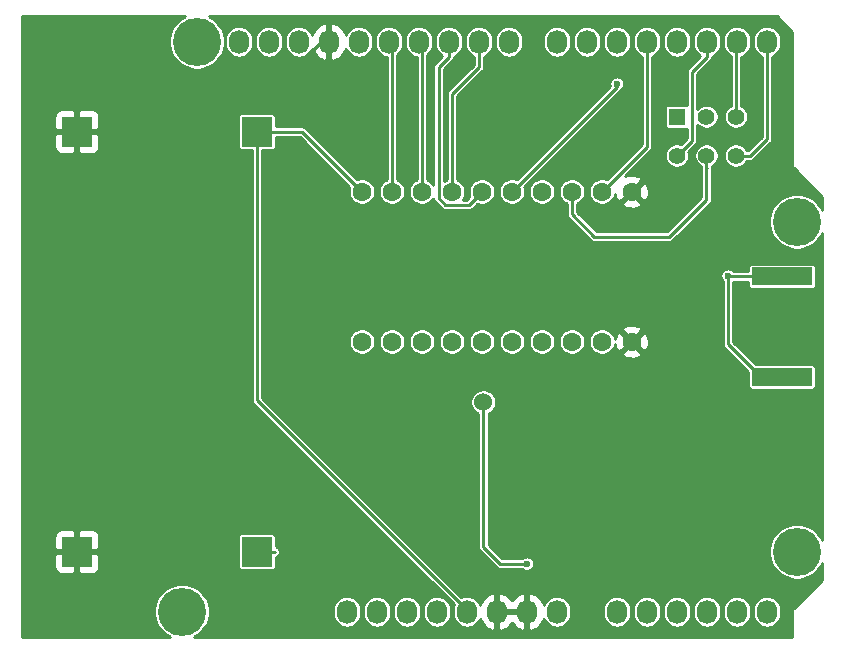
<source format=gbr>
G04 #@! TF.GenerationSoftware,KiCad,Pcbnew,(5.1.0)-1*
G04 #@! TF.CreationDate,2019-04-25T01:01:50+07:00*
G04 #@! TF.ProjectId,pcb shield ic cmx1500ge2,70636220-7368-4696-956c-642069632063,rev?*
G04 #@! TF.SameCoordinates,Original*
G04 #@! TF.FileFunction,Copper,L2,Bot*
G04 #@! TF.FilePolarity,Positive*
%FSLAX46Y46*%
G04 Gerber Fmt 4.6, Leading zero omitted, Abs format (unit mm)*
G04 Created by KiCad (PCBNEW (5.1.0)-1) date 2019-04-25 01:01:50*
%MOMM*%
%LPD*%
G04 APERTURE LIST*
%ADD10O,1.727200X2.032000*%
%ADD11C,1.400000*%
%ADD12R,1.400000X1.400000*%
%ADD13C,1.524000*%
%ADD14C,1.600000*%
%ADD15R,2.524000X2.524000*%
%ADD16R,5.080000X1.500000*%
%ADD17C,4.064000*%
%ADD18C,0.600000*%
%ADD19C,0.250000*%
%ADD20C,0.254000*%
G04 APERTURE END LIST*
D10*
X152654000Y-75565000D03*
X150114000Y-75565000D03*
X147574000Y-75565000D03*
X145034000Y-75565000D03*
X142494000Y-75565000D03*
X139954000Y-75565000D03*
X137414000Y-75565000D03*
X134874000Y-75565000D03*
X132334000Y-75565000D03*
X129794000Y-75565000D03*
X156718000Y-75565000D03*
X159258000Y-75565000D03*
X161798000Y-75565000D03*
X164338000Y-75565000D03*
X166878000Y-75565000D03*
X169418000Y-75565000D03*
X171958000Y-75565000D03*
X174498000Y-75565000D03*
D11*
X171878000Y-85215000D03*
X169378000Y-85215000D03*
X166878000Y-85215000D03*
X171878000Y-81915000D03*
X169378000Y-81915000D03*
D12*
X166878000Y-81915000D03*
D13*
X150495000Y-106070400D03*
D14*
X140208000Y-100965000D03*
X142748000Y-100965000D03*
X145288000Y-100965000D03*
X147828000Y-100965000D03*
X150368000Y-100965000D03*
X152908000Y-100965000D03*
X155448000Y-100965000D03*
X157988000Y-100965000D03*
X160528000Y-100965000D03*
X163068000Y-100965000D03*
X163068000Y-88265000D03*
X160528000Y-88265000D03*
X157988000Y-88265000D03*
X155448000Y-88265000D03*
X152908000Y-88265000D03*
X150368000Y-88265000D03*
X147828000Y-88265000D03*
X145288000Y-88265000D03*
X142748000Y-88265000D03*
X140208000Y-88265000D03*
D15*
X116078000Y-118745000D03*
X131318000Y-118745000D03*
X116078000Y-83185000D03*
X131318000Y-83185000D03*
D16*
X175768000Y-95445000D03*
X175768000Y-103945000D03*
D10*
X138938000Y-123825000D03*
X141478000Y-123825000D03*
X144018000Y-123825000D03*
X146558000Y-123825000D03*
X149098000Y-123825000D03*
X151638000Y-123825000D03*
X154178000Y-123825000D03*
X156718000Y-123825000D03*
X161798000Y-123825000D03*
X164338000Y-123825000D03*
X166878000Y-123825000D03*
X169418000Y-123825000D03*
X171958000Y-123825000D03*
X174498000Y-123825000D03*
D17*
X124968000Y-123825000D03*
X177038000Y-118745000D03*
X126238000Y-75565000D03*
X177038000Y-90805000D03*
D18*
X161798000Y-79121000D03*
X154178000Y-119761000D03*
X171196000Y-95377000D03*
D19*
X131318000Y-83185000D02*
X135128000Y-83185000D01*
X135128000Y-83185000D02*
X140208000Y-88265000D01*
X149098000Y-123672600D02*
X149098000Y-123825000D01*
X131318000Y-105892600D02*
X149098000Y-123672600D01*
X131318000Y-83185000D02*
X131318000Y-105892600D01*
X116078000Y-83185000D02*
X116078000Y-118745000D01*
X116078000Y-83185000D02*
X117590000Y-83185000D01*
X136707348Y-75565000D02*
X131627348Y-80645000D01*
X137414000Y-75565000D02*
X136707348Y-75565000D01*
X131627348Y-80645000D02*
X127508000Y-80645000D01*
X124968000Y-83185000D02*
X116078000Y-83185000D01*
X127508000Y-80645000D02*
X124968000Y-83185000D01*
X151638000Y-123825000D02*
X154178000Y-123825000D01*
X147828000Y-88265000D02*
X147828000Y-80010000D01*
X150114000Y-77724000D02*
X150114000Y-75565000D01*
X147828000Y-80010000D02*
X150114000Y-77724000D01*
X164338000Y-84455000D02*
X160528000Y-88265000D01*
X164338000Y-75565000D02*
X164338000Y-84455000D01*
X161798000Y-79375000D02*
X161798000Y-79121000D01*
X152908000Y-88265000D02*
X161798000Y-79375000D01*
X166878000Y-85215000D02*
X168148000Y-83945000D01*
X169418000Y-76831000D02*
X169418000Y-75565000D01*
X168148000Y-78101000D02*
X169418000Y-76831000D01*
X168148000Y-83945000D02*
X168148000Y-78101000D01*
X171878000Y-75645000D02*
X171958000Y-75565000D01*
X171878000Y-81915000D02*
X171878000Y-75645000D01*
X171878000Y-85215000D02*
X173103000Y-85215000D01*
X174498000Y-76831000D02*
X174498000Y-75565000D01*
X174498000Y-83820000D02*
X174498000Y-76831000D01*
X173103000Y-85215000D02*
X174498000Y-83820000D01*
X142748000Y-75819000D02*
X142494000Y-75565000D01*
X142748000Y-88265000D02*
X142748000Y-75819000D01*
X150495000Y-118364000D02*
X150495000Y-106070400D01*
X154178000Y-119761000D02*
X151892000Y-119761000D01*
X151892000Y-119761000D02*
X150495000Y-118364000D01*
X175768000Y-95445000D02*
X173978000Y-95445000D01*
X171264000Y-95445000D02*
X171196000Y-95377000D01*
X175768000Y-95445000D02*
X171264000Y-95445000D01*
X173978000Y-103945000D02*
X175768000Y-103945000D01*
X171196000Y-101163000D02*
X173978000Y-103945000D01*
X171196000Y-95377000D02*
X171196000Y-101163000D01*
X132830000Y-118745000D02*
X131318000Y-118745000D01*
X145288000Y-75819000D02*
X145034000Y-75565000D01*
X145288000Y-88265000D02*
X145288000Y-75819000D01*
X147574000Y-76831000D02*
X147574000Y-75565000D01*
X146702999Y-77702001D02*
X147574000Y-76831000D01*
X146702999Y-88805001D02*
X146702999Y-77702001D01*
X147287999Y-89390001D02*
X146702999Y-88805001D01*
X149242999Y-89390001D02*
X147287999Y-89390001D01*
X150368000Y-88265000D02*
X149242999Y-89390001D01*
X169378000Y-86204949D02*
X169418000Y-86244949D01*
X169378000Y-85215000D02*
X169378000Y-86204949D01*
X159893000Y-92075000D02*
X157988000Y-90170000D01*
X166243000Y-92075000D02*
X159893000Y-92075000D01*
X157988000Y-90170000D02*
X157988000Y-88265000D01*
X169378000Y-85215000D02*
X169378000Y-88940000D01*
X169378000Y-88940000D02*
X166243000Y-92075000D01*
D20*
G36*
X125120595Y-73474481D02*
G01*
X124734225Y-73732645D01*
X124405645Y-74061225D01*
X124147481Y-74447595D01*
X123969655Y-74876905D01*
X123879000Y-75332659D01*
X123879000Y-75797341D01*
X123969655Y-76253095D01*
X124147481Y-76682405D01*
X124405645Y-77068775D01*
X124734225Y-77397355D01*
X125120595Y-77655519D01*
X125549905Y-77833345D01*
X126005659Y-77924000D01*
X126470341Y-77924000D01*
X126926095Y-77833345D01*
X127355405Y-77655519D01*
X127741775Y-77397355D01*
X128070355Y-77068775D01*
X128328519Y-76682405D01*
X128506345Y-76253095D01*
X128597000Y-75797341D01*
X128597000Y-75354120D01*
X128603400Y-75354120D01*
X128603400Y-75775881D01*
X128620628Y-75950798D01*
X128688707Y-76175227D01*
X128799264Y-76382062D01*
X128948047Y-76563354D01*
X129129339Y-76712137D01*
X129336174Y-76822693D01*
X129560603Y-76890772D01*
X129794000Y-76913760D01*
X130027398Y-76890772D01*
X130251827Y-76822693D01*
X130458662Y-76712137D01*
X130639954Y-76563354D01*
X130788737Y-76382061D01*
X130899293Y-76175226D01*
X130967372Y-75950797D01*
X130984600Y-75775880D01*
X130984600Y-75354120D01*
X131143400Y-75354120D01*
X131143400Y-75775881D01*
X131160628Y-75950798D01*
X131228707Y-76175227D01*
X131339264Y-76382062D01*
X131488047Y-76563354D01*
X131669339Y-76712137D01*
X131876174Y-76822693D01*
X132100603Y-76890772D01*
X132334000Y-76913760D01*
X132567398Y-76890772D01*
X132791827Y-76822693D01*
X132998662Y-76712137D01*
X133179954Y-76563354D01*
X133328737Y-76382061D01*
X133439293Y-76175226D01*
X133507372Y-75950797D01*
X133524600Y-75775880D01*
X133524600Y-75354120D01*
X133683400Y-75354120D01*
X133683400Y-75775881D01*
X133700628Y-75950798D01*
X133768707Y-76175227D01*
X133879264Y-76382062D01*
X134028047Y-76563354D01*
X134209339Y-76712137D01*
X134416174Y-76822693D01*
X134640603Y-76890772D01*
X134874000Y-76913760D01*
X135107398Y-76890772D01*
X135331827Y-76822693D01*
X135538662Y-76712137D01*
X135719954Y-76563354D01*
X135868737Y-76382061D01*
X135979293Y-76175226D01*
X135984761Y-76157202D01*
X135998227Y-76212633D01*
X136122046Y-76479321D01*
X136295514Y-76716729D01*
X136511965Y-76915733D01*
X136763081Y-77068686D01*
X137039211Y-77169709D01*
X137054974Y-77172358D01*
X137287000Y-77051217D01*
X137287000Y-75692000D01*
X137267000Y-75692000D01*
X137267000Y-75438000D01*
X137287000Y-75438000D01*
X137287000Y-74078783D01*
X137541000Y-74078783D01*
X137541000Y-75438000D01*
X137561000Y-75438000D01*
X137561000Y-75692000D01*
X137541000Y-75692000D01*
X137541000Y-77051217D01*
X137773026Y-77172358D01*
X137788789Y-77169709D01*
X138064919Y-77068686D01*
X138316035Y-76915733D01*
X138532486Y-76716729D01*
X138705954Y-76479321D01*
X138829773Y-76212633D01*
X138843239Y-76157202D01*
X138848707Y-76175227D01*
X138959264Y-76382062D01*
X139108047Y-76563354D01*
X139289339Y-76712137D01*
X139496174Y-76822693D01*
X139720603Y-76890772D01*
X139954000Y-76913760D01*
X140187398Y-76890772D01*
X140411827Y-76822693D01*
X140618662Y-76712137D01*
X140799954Y-76563354D01*
X140948737Y-76382061D01*
X141059293Y-76175226D01*
X141127372Y-75950797D01*
X141144600Y-75775880D01*
X141144600Y-75354120D01*
X141303400Y-75354120D01*
X141303400Y-75775881D01*
X141320628Y-75950798D01*
X141388707Y-76175227D01*
X141499264Y-76382062D01*
X141648047Y-76563354D01*
X141829339Y-76712137D01*
X142036174Y-76822693D01*
X142260603Y-76890772D01*
X142296001Y-76894258D01*
X142296000Y-87232369D01*
X142214165Y-87266266D01*
X142029579Y-87389602D01*
X141872602Y-87546579D01*
X141749266Y-87731165D01*
X141664310Y-87936266D01*
X141621000Y-88154000D01*
X141621000Y-88376000D01*
X141664310Y-88593734D01*
X141749266Y-88798835D01*
X141872602Y-88983421D01*
X142029579Y-89140398D01*
X142214165Y-89263734D01*
X142419266Y-89348690D01*
X142637000Y-89392000D01*
X142859000Y-89392000D01*
X143076734Y-89348690D01*
X143281835Y-89263734D01*
X143466421Y-89140398D01*
X143623398Y-88983421D01*
X143746734Y-88798835D01*
X143831690Y-88593734D01*
X143875000Y-88376000D01*
X143875000Y-88154000D01*
X143831690Y-87936266D01*
X143746734Y-87731165D01*
X143623398Y-87546579D01*
X143466421Y-87389602D01*
X143281835Y-87266266D01*
X143200000Y-87232369D01*
X143200000Y-76678212D01*
X143339954Y-76563354D01*
X143488737Y-76382061D01*
X143599293Y-76175226D01*
X143667372Y-75950797D01*
X143684600Y-75775880D01*
X143684600Y-75354120D01*
X143843400Y-75354120D01*
X143843400Y-75775881D01*
X143860628Y-75950798D01*
X143928707Y-76175227D01*
X144039264Y-76382062D01*
X144188047Y-76563354D01*
X144369339Y-76712137D01*
X144576174Y-76822693D01*
X144800603Y-76890772D01*
X144836001Y-76894258D01*
X144836000Y-87232369D01*
X144754165Y-87266266D01*
X144569579Y-87389602D01*
X144412602Y-87546579D01*
X144289266Y-87731165D01*
X144204310Y-87936266D01*
X144161000Y-88154000D01*
X144161000Y-88376000D01*
X144204310Y-88593734D01*
X144289266Y-88798835D01*
X144412602Y-88983421D01*
X144569579Y-89140398D01*
X144754165Y-89263734D01*
X144959266Y-89348690D01*
X145177000Y-89392000D01*
X145399000Y-89392000D01*
X145616734Y-89348690D01*
X145821835Y-89263734D01*
X146006421Y-89140398D01*
X146163398Y-88983421D01*
X146253155Y-88849090D01*
X146257539Y-88893607D01*
X146283385Y-88978810D01*
X146325356Y-89057333D01*
X146381840Y-89126160D01*
X146399099Y-89140324D01*
X146952680Y-89693906D01*
X146966840Y-89711160D01*
X147035666Y-89767644D01*
X147081903Y-89792358D01*
X147114189Y-89809615D01*
X147199391Y-89835461D01*
X147287999Y-89844188D01*
X147310204Y-89842001D01*
X149220794Y-89842001D01*
X149242999Y-89844188D01*
X149265204Y-89842001D01*
X149331606Y-89835461D01*
X149416809Y-89809615D01*
X149495332Y-89767644D01*
X149564158Y-89711160D01*
X149578322Y-89693901D01*
X149957431Y-89314793D01*
X150039266Y-89348690D01*
X150257000Y-89392000D01*
X150479000Y-89392000D01*
X150696734Y-89348690D01*
X150901835Y-89263734D01*
X151086421Y-89140398D01*
X151243398Y-88983421D01*
X151366734Y-88798835D01*
X151451690Y-88593734D01*
X151495000Y-88376000D01*
X151495000Y-88154000D01*
X151781000Y-88154000D01*
X151781000Y-88376000D01*
X151824310Y-88593734D01*
X151909266Y-88798835D01*
X152032602Y-88983421D01*
X152189579Y-89140398D01*
X152374165Y-89263734D01*
X152579266Y-89348690D01*
X152797000Y-89392000D01*
X153019000Y-89392000D01*
X153236734Y-89348690D01*
X153441835Y-89263734D01*
X153626421Y-89140398D01*
X153783398Y-88983421D01*
X153906734Y-88798835D01*
X153991690Y-88593734D01*
X154035000Y-88376000D01*
X154035000Y-88154000D01*
X154321000Y-88154000D01*
X154321000Y-88376000D01*
X154364310Y-88593734D01*
X154449266Y-88798835D01*
X154572602Y-88983421D01*
X154729579Y-89140398D01*
X154914165Y-89263734D01*
X155119266Y-89348690D01*
X155337000Y-89392000D01*
X155559000Y-89392000D01*
X155776734Y-89348690D01*
X155981835Y-89263734D01*
X156166421Y-89140398D01*
X156323398Y-88983421D01*
X156446734Y-88798835D01*
X156531690Y-88593734D01*
X156575000Y-88376000D01*
X156575000Y-88154000D01*
X156861000Y-88154000D01*
X156861000Y-88376000D01*
X156904310Y-88593734D01*
X156989266Y-88798835D01*
X157112602Y-88983421D01*
X157269579Y-89140398D01*
X157454165Y-89263734D01*
X157536000Y-89297632D01*
X157536000Y-90147795D01*
X157533813Y-90170000D01*
X157536000Y-90192204D01*
X157542540Y-90258606D01*
X157568386Y-90343809D01*
X157610357Y-90422332D01*
X157666841Y-90491159D01*
X157684100Y-90505323D01*
X159557681Y-92378905D01*
X159571841Y-92396159D01*
X159640667Y-92452643D01*
X159719190Y-92494614D01*
X159804392Y-92520460D01*
X159893000Y-92529187D01*
X159915205Y-92527000D01*
X166220795Y-92527000D01*
X166243000Y-92529187D01*
X166265205Y-92527000D01*
X166331607Y-92520460D01*
X166416810Y-92494614D01*
X166495333Y-92452643D01*
X166564159Y-92396159D01*
X166578323Y-92378900D01*
X169681905Y-89275319D01*
X169699159Y-89261159D01*
X169755643Y-89192333D01*
X169797614Y-89113810D01*
X169799100Y-89108911D01*
X169823460Y-89028608D01*
X169832187Y-88940000D01*
X169830000Y-88917795D01*
X169830000Y-86433003D01*
X169837614Y-86418758D01*
X169863460Y-86333556D01*
X169872187Y-86244949D01*
X169863460Y-86156342D01*
X169855157Y-86128971D01*
X169864467Y-86125115D01*
X170032674Y-86012723D01*
X170175723Y-85869674D01*
X170288115Y-85701467D01*
X170365533Y-85514565D01*
X170405000Y-85316151D01*
X170405000Y-85113849D01*
X170851000Y-85113849D01*
X170851000Y-85316151D01*
X170890467Y-85514565D01*
X170967885Y-85701467D01*
X171080277Y-85869674D01*
X171223326Y-86012723D01*
X171391533Y-86125115D01*
X171578435Y-86202533D01*
X171776849Y-86242000D01*
X171979151Y-86242000D01*
X172177565Y-86202533D01*
X172364467Y-86125115D01*
X172532674Y-86012723D01*
X172675723Y-85869674D01*
X172788115Y-85701467D01*
X172802392Y-85667000D01*
X173080795Y-85667000D01*
X173103000Y-85669187D01*
X173125205Y-85667000D01*
X173191607Y-85660460D01*
X173276810Y-85634614D01*
X173355333Y-85592643D01*
X173424159Y-85536159D01*
X173438323Y-85518900D01*
X174801906Y-84155318D01*
X174819159Y-84141159D01*
X174875643Y-84072333D01*
X174917614Y-83993810D01*
X174943460Y-83908607D01*
X174950000Y-83842205D01*
X174950000Y-83842204D01*
X174952187Y-83820000D01*
X174950000Y-83797795D01*
X174950000Y-76824461D01*
X174955827Y-76822693D01*
X175162662Y-76712137D01*
X175343954Y-76563354D01*
X175492737Y-76382061D01*
X175603293Y-76175226D01*
X175671372Y-75950797D01*
X175688600Y-75775880D01*
X175688600Y-75354119D01*
X175671372Y-75179202D01*
X175603293Y-74954773D01*
X175492737Y-74747938D01*
X175343954Y-74566646D01*
X175162661Y-74417863D01*
X174955826Y-74307307D01*
X174731397Y-74239228D01*
X174498000Y-74216240D01*
X174264602Y-74239228D01*
X174040173Y-74307307D01*
X173833338Y-74417863D01*
X173652046Y-74566646D01*
X173503263Y-74747939D01*
X173392707Y-74954774D01*
X173324628Y-75179203D01*
X173307400Y-75354120D01*
X173307400Y-75775881D01*
X173324628Y-75950798D01*
X173392707Y-76175227D01*
X173503264Y-76382062D01*
X173652047Y-76563354D01*
X173833339Y-76712137D01*
X174040174Y-76822693D01*
X174046000Y-76824460D01*
X174046000Y-76853204D01*
X174046001Y-76853214D01*
X174046000Y-83632776D01*
X172915777Y-84763000D01*
X172802392Y-84763000D01*
X172788115Y-84728533D01*
X172675723Y-84560326D01*
X172532674Y-84417277D01*
X172364467Y-84304885D01*
X172177565Y-84227467D01*
X171979151Y-84188000D01*
X171776849Y-84188000D01*
X171578435Y-84227467D01*
X171391533Y-84304885D01*
X171223326Y-84417277D01*
X171080277Y-84560326D01*
X170967885Y-84728533D01*
X170890467Y-84915435D01*
X170851000Y-85113849D01*
X170405000Y-85113849D01*
X170365533Y-84915435D01*
X170288115Y-84728533D01*
X170175723Y-84560326D01*
X170032674Y-84417277D01*
X169864467Y-84304885D01*
X169677565Y-84227467D01*
X169479151Y-84188000D01*
X169276849Y-84188000D01*
X169078435Y-84227467D01*
X168891533Y-84304885D01*
X168723326Y-84417277D01*
X168580277Y-84560326D01*
X168467885Y-84728533D01*
X168390467Y-84915435D01*
X168351000Y-85113849D01*
X168351000Y-85316151D01*
X168390467Y-85514565D01*
X168467885Y-85701467D01*
X168580277Y-85869674D01*
X168723326Y-86012723D01*
X168891533Y-86125115D01*
X168926000Y-86139392D01*
X168926000Y-86182741D01*
X168923813Y-86204949D01*
X168926000Y-86227154D01*
X168926001Y-88752775D01*
X166055777Y-91623000D01*
X160080224Y-91623000D01*
X158440000Y-89982777D01*
X158440000Y-89297631D01*
X158521835Y-89263734D01*
X158706421Y-89140398D01*
X158863398Y-88983421D01*
X158986734Y-88798835D01*
X159071690Y-88593734D01*
X159115000Y-88376000D01*
X159115000Y-88154000D01*
X159401000Y-88154000D01*
X159401000Y-88376000D01*
X159444310Y-88593734D01*
X159529266Y-88798835D01*
X159652602Y-88983421D01*
X159809579Y-89140398D01*
X159994165Y-89263734D01*
X160199266Y-89348690D01*
X160417000Y-89392000D01*
X160639000Y-89392000D01*
X160856734Y-89348690D01*
X161061835Y-89263734D01*
X161070862Y-89257702D01*
X162254903Y-89257702D01*
X162326486Y-89501671D01*
X162581996Y-89622571D01*
X162856184Y-89691300D01*
X163138512Y-89705217D01*
X163418130Y-89663787D01*
X163684292Y-89568603D01*
X163809514Y-89501671D01*
X163881097Y-89257702D01*
X163068000Y-88444605D01*
X162254903Y-89257702D01*
X161070862Y-89257702D01*
X161246421Y-89140398D01*
X161403398Y-88983421D01*
X161526734Y-88798835D01*
X161611690Y-88593734D01*
X161642840Y-88437133D01*
X161669213Y-88615130D01*
X161764397Y-88881292D01*
X161831329Y-89006514D01*
X162075298Y-89078097D01*
X162888395Y-88265000D01*
X163247605Y-88265000D01*
X164060702Y-89078097D01*
X164304671Y-89006514D01*
X164425571Y-88751004D01*
X164494300Y-88476816D01*
X164508217Y-88194488D01*
X164466787Y-87914870D01*
X164371603Y-87648708D01*
X164304671Y-87523486D01*
X164060702Y-87451903D01*
X163247605Y-88265000D01*
X162888395Y-88265000D01*
X162874253Y-88250858D01*
X163053858Y-88071253D01*
X163068000Y-88085395D01*
X163881097Y-87272298D01*
X163809514Y-87028329D01*
X163554004Y-86907429D01*
X163279816Y-86838700D01*
X162997488Y-86824783D01*
X162717870Y-86866213D01*
X162481470Y-86950754D01*
X164641905Y-84790319D01*
X164659159Y-84776159D01*
X164715643Y-84707333D01*
X164757614Y-84628810D01*
X164775004Y-84571482D01*
X164783460Y-84543608D01*
X164792187Y-84455000D01*
X164790000Y-84432795D01*
X164790000Y-81215000D01*
X165849418Y-81215000D01*
X165849418Y-82615000D01*
X165855732Y-82679103D01*
X165874430Y-82740743D01*
X165904794Y-82797550D01*
X165945657Y-82847343D01*
X165995450Y-82888206D01*
X166052257Y-82918570D01*
X166113897Y-82937268D01*
X166178000Y-82943582D01*
X167578000Y-82943582D01*
X167642103Y-82937268D01*
X167696000Y-82920919D01*
X167696000Y-83757775D01*
X167212032Y-84241744D01*
X167177565Y-84227467D01*
X166979151Y-84188000D01*
X166776849Y-84188000D01*
X166578435Y-84227467D01*
X166391533Y-84304885D01*
X166223326Y-84417277D01*
X166080277Y-84560326D01*
X165967885Y-84728533D01*
X165890467Y-84915435D01*
X165851000Y-85113849D01*
X165851000Y-85316151D01*
X165890467Y-85514565D01*
X165967885Y-85701467D01*
X166080277Y-85869674D01*
X166223326Y-86012723D01*
X166391533Y-86125115D01*
X166578435Y-86202533D01*
X166776849Y-86242000D01*
X166979151Y-86242000D01*
X167177565Y-86202533D01*
X167364467Y-86125115D01*
X167532674Y-86012723D01*
X167675723Y-85869674D01*
X167788115Y-85701467D01*
X167865533Y-85514565D01*
X167905000Y-85316151D01*
X167905000Y-85113849D01*
X167865533Y-84915435D01*
X167851256Y-84880968D01*
X168451912Y-84280313D01*
X168469159Y-84266159D01*
X168525643Y-84197333D01*
X168567614Y-84118810D01*
X168587444Y-84053438D01*
X168593460Y-84033608D01*
X168602187Y-83945001D01*
X168600000Y-83922796D01*
X168600000Y-82589397D01*
X168723326Y-82712723D01*
X168891533Y-82825115D01*
X169078435Y-82902533D01*
X169276849Y-82942000D01*
X169479151Y-82942000D01*
X169677565Y-82902533D01*
X169864467Y-82825115D01*
X170032674Y-82712723D01*
X170175723Y-82569674D01*
X170288115Y-82401467D01*
X170365533Y-82214565D01*
X170405000Y-82016151D01*
X170405000Y-81813849D01*
X170365533Y-81615435D01*
X170288115Y-81428533D01*
X170175723Y-81260326D01*
X170032674Y-81117277D01*
X169864467Y-81004885D01*
X169677565Y-80927467D01*
X169479151Y-80888000D01*
X169276849Y-80888000D01*
X169078435Y-80927467D01*
X168891533Y-81004885D01*
X168723326Y-81117277D01*
X168600000Y-81240603D01*
X168600000Y-78288223D01*
X169721912Y-77166313D01*
X169739159Y-77152159D01*
X169795643Y-77083333D01*
X169837614Y-77004810D01*
X169863460Y-76919607D01*
X169870000Y-76853205D01*
X169870000Y-76853204D01*
X169872187Y-76831001D01*
X169871498Y-76824006D01*
X169875827Y-76822693D01*
X170082662Y-76712137D01*
X170263954Y-76563354D01*
X170412737Y-76382061D01*
X170523293Y-76175226D01*
X170591372Y-75950797D01*
X170608600Y-75775880D01*
X170608600Y-75354120D01*
X170767400Y-75354120D01*
X170767400Y-75775881D01*
X170784628Y-75950798D01*
X170852707Y-76175227D01*
X170963264Y-76382062D01*
X171112047Y-76563354D01*
X171293339Y-76712137D01*
X171426001Y-76783046D01*
X171426000Y-80990608D01*
X171391533Y-81004885D01*
X171223326Y-81117277D01*
X171080277Y-81260326D01*
X170967885Y-81428533D01*
X170890467Y-81615435D01*
X170851000Y-81813849D01*
X170851000Y-82016151D01*
X170890467Y-82214565D01*
X170967885Y-82401467D01*
X171080277Y-82569674D01*
X171223326Y-82712723D01*
X171391533Y-82825115D01*
X171578435Y-82902533D01*
X171776849Y-82942000D01*
X171979151Y-82942000D01*
X172177565Y-82902533D01*
X172364467Y-82825115D01*
X172532674Y-82712723D01*
X172675723Y-82569674D01*
X172788115Y-82401467D01*
X172865533Y-82214565D01*
X172905000Y-82016151D01*
X172905000Y-81813849D01*
X172865533Y-81615435D01*
X172788115Y-81428533D01*
X172675723Y-81260326D01*
X172532674Y-81117277D01*
X172364467Y-81004885D01*
X172330000Y-80990608D01*
X172330000Y-76848728D01*
X172415827Y-76822693D01*
X172622662Y-76712137D01*
X172803954Y-76563354D01*
X172952737Y-76382061D01*
X173063293Y-76175226D01*
X173131372Y-75950797D01*
X173148600Y-75775880D01*
X173148600Y-75354119D01*
X173131372Y-75179202D01*
X173063293Y-74954773D01*
X172952737Y-74747938D01*
X172803954Y-74566646D01*
X172622661Y-74417863D01*
X172415826Y-74307307D01*
X172191397Y-74239228D01*
X171958000Y-74216240D01*
X171724602Y-74239228D01*
X171500173Y-74307307D01*
X171293338Y-74417863D01*
X171112046Y-74566646D01*
X170963263Y-74747939D01*
X170852707Y-74954774D01*
X170784628Y-75179203D01*
X170767400Y-75354120D01*
X170608600Y-75354120D01*
X170608600Y-75354119D01*
X170591372Y-75179202D01*
X170523293Y-74954773D01*
X170412737Y-74747938D01*
X170263954Y-74566646D01*
X170082661Y-74417863D01*
X169875826Y-74307307D01*
X169651397Y-74239228D01*
X169418000Y-74216240D01*
X169184602Y-74239228D01*
X168960173Y-74307307D01*
X168753338Y-74417863D01*
X168572046Y-74566646D01*
X168423263Y-74747939D01*
X168312707Y-74954774D01*
X168244628Y-75179203D01*
X168227400Y-75354120D01*
X168227400Y-75775881D01*
X168244628Y-75950798D01*
X168312707Y-76175227D01*
X168423264Y-76382062D01*
X168572047Y-76563354D01*
X168753339Y-76712137D01*
X168847375Y-76762400D01*
X167844096Y-77765681D01*
X167826842Y-77779841D01*
X167770358Y-77848667D01*
X167728386Y-77927191D01*
X167702540Y-78012393D01*
X167693813Y-78101000D01*
X167696001Y-78123215D01*
X167696001Y-80909081D01*
X167642103Y-80892732D01*
X167578000Y-80886418D01*
X166178000Y-80886418D01*
X166113897Y-80892732D01*
X166052257Y-80911430D01*
X165995450Y-80941794D01*
X165945657Y-80982657D01*
X165904794Y-81032450D01*
X165874430Y-81089257D01*
X165855732Y-81150897D01*
X165849418Y-81215000D01*
X164790000Y-81215000D01*
X164790000Y-76824461D01*
X164795827Y-76822693D01*
X165002662Y-76712137D01*
X165183954Y-76563354D01*
X165332737Y-76382061D01*
X165443293Y-76175226D01*
X165511372Y-75950797D01*
X165528600Y-75775880D01*
X165528600Y-75354120D01*
X165687400Y-75354120D01*
X165687400Y-75775881D01*
X165704628Y-75950798D01*
X165772707Y-76175227D01*
X165883264Y-76382062D01*
X166032047Y-76563354D01*
X166213339Y-76712137D01*
X166420174Y-76822693D01*
X166644603Y-76890772D01*
X166878000Y-76913760D01*
X167111398Y-76890772D01*
X167335827Y-76822693D01*
X167542662Y-76712137D01*
X167723954Y-76563354D01*
X167872737Y-76382061D01*
X167983293Y-76175226D01*
X168051372Y-75950797D01*
X168068600Y-75775880D01*
X168068600Y-75354119D01*
X168051372Y-75179202D01*
X167983293Y-74954773D01*
X167872737Y-74747938D01*
X167723954Y-74566646D01*
X167542661Y-74417863D01*
X167335826Y-74307307D01*
X167111397Y-74239228D01*
X166878000Y-74216240D01*
X166644602Y-74239228D01*
X166420173Y-74307307D01*
X166213338Y-74417863D01*
X166032046Y-74566646D01*
X165883263Y-74747939D01*
X165772707Y-74954774D01*
X165704628Y-75179203D01*
X165687400Y-75354120D01*
X165528600Y-75354120D01*
X165528600Y-75354119D01*
X165511372Y-75179202D01*
X165443293Y-74954773D01*
X165332737Y-74747938D01*
X165183954Y-74566646D01*
X165002661Y-74417863D01*
X164795826Y-74307307D01*
X164571397Y-74239228D01*
X164338000Y-74216240D01*
X164104602Y-74239228D01*
X163880173Y-74307307D01*
X163673338Y-74417863D01*
X163492046Y-74566646D01*
X163343263Y-74747939D01*
X163232707Y-74954774D01*
X163164628Y-75179203D01*
X163147400Y-75354120D01*
X163147400Y-75775881D01*
X163164628Y-75950798D01*
X163232707Y-76175227D01*
X163343264Y-76382062D01*
X163492047Y-76563354D01*
X163673339Y-76712137D01*
X163880174Y-76822693D01*
X163886000Y-76824460D01*
X163886001Y-84267775D01*
X160938569Y-87215207D01*
X160856734Y-87181310D01*
X160639000Y-87138000D01*
X160417000Y-87138000D01*
X160199266Y-87181310D01*
X159994165Y-87266266D01*
X159809579Y-87389602D01*
X159652602Y-87546579D01*
X159529266Y-87731165D01*
X159444310Y-87936266D01*
X159401000Y-88154000D01*
X159115000Y-88154000D01*
X159071690Y-87936266D01*
X158986734Y-87731165D01*
X158863398Y-87546579D01*
X158706421Y-87389602D01*
X158521835Y-87266266D01*
X158316734Y-87181310D01*
X158099000Y-87138000D01*
X157877000Y-87138000D01*
X157659266Y-87181310D01*
X157454165Y-87266266D01*
X157269579Y-87389602D01*
X157112602Y-87546579D01*
X156989266Y-87731165D01*
X156904310Y-87936266D01*
X156861000Y-88154000D01*
X156575000Y-88154000D01*
X156531690Y-87936266D01*
X156446734Y-87731165D01*
X156323398Y-87546579D01*
X156166421Y-87389602D01*
X155981835Y-87266266D01*
X155776734Y-87181310D01*
X155559000Y-87138000D01*
X155337000Y-87138000D01*
X155119266Y-87181310D01*
X154914165Y-87266266D01*
X154729579Y-87389602D01*
X154572602Y-87546579D01*
X154449266Y-87731165D01*
X154364310Y-87936266D01*
X154321000Y-88154000D01*
X154035000Y-88154000D01*
X153991690Y-87936266D01*
X153957793Y-87854431D01*
X162101906Y-79710318D01*
X162119159Y-79696159D01*
X162175643Y-79627333D01*
X162179451Y-79620209D01*
X162197689Y-79608023D01*
X162285023Y-79520689D01*
X162353640Y-79417996D01*
X162400905Y-79303889D01*
X162425000Y-79182754D01*
X162425000Y-79059246D01*
X162400905Y-78938111D01*
X162353640Y-78824004D01*
X162285023Y-78721311D01*
X162197689Y-78633977D01*
X162094996Y-78565360D01*
X161980889Y-78518095D01*
X161859754Y-78494000D01*
X161736246Y-78494000D01*
X161615111Y-78518095D01*
X161501004Y-78565360D01*
X161398311Y-78633977D01*
X161310977Y-78721311D01*
X161242360Y-78824004D01*
X161195095Y-78938111D01*
X161171000Y-79059246D01*
X161171000Y-79182754D01*
X161195095Y-79303889D01*
X161205285Y-79328491D01*
X153318569Y-87215207D01*
X153236734Y-87181310D01*
X153019000Y-87138000D01*
X152797000Y-87138000D01*
X152579266Y-87181310D01*
X152374165Y-87266266D01*
X152189579Y-87389602D01*
X152032602Y-87546579D01*
X151909266Y-87731165D01*
X151824310Y-87936266D01*
X151781000Y-88154000D01*
X151495000Y-88154000D01*
X151451690Y-87936266D01*
X151366734Y-87731165D01*
X151243398Y-87546579D01*
X151086421Y-87389602D01*
X150901835Y-87266266D01*
X150696734Y-87181310D01*
X150479000Y-87138000D01*
X150257000Y-87138000D01*
X150039266Y-87181310D01*
X149834165Y-87266266D01*
X149649579Y-87389602D01*
X149492602Y-87546579D01*
X149369266Y-87731165D01*
X149284310Y-87936266D01*
X149241000Y-88154000D01*
X149241000Y-88376000D01*
X149284310Y-88593734D01*
X149318207Y-88675569D01*
X149055776Y-88938001D01*
X148733747Y-88938001D01*
X148826734Y-88798835D01*
X148911690Y-88593734D01*
X148955000Y-88376000D01*
X148955000Y-88154000D01*
X148911690Y-87936266D01*
X148826734Y-87731165D01*
X148703398Y-87546579D01*
X148546421Y-87389602D01*
X148361835Y-87266266D01*
X148280000Y-87232369D01*
X148280000Y-80197223D01*
X150417912Y-78059313D01*
X150435159Y-78045159D01*
X150491643Y-77976333D01*
X150533614Y-77897810D01*
X150559460Y-77812607D01*
X150566000Y-77746205D01*
X150566000Y-77746204D01*
X150568187Y-77724001D01*
X150566000Y-77701796D01*
X150566000Y-76824461D01*
X150571827Y-76822693D01*
X150778662Y-76712137D01*
X150959954Y-76563354D01*
X151108737Y-76382061D01*
X151219293Y-76175226D01*
X151287372Y-75950797D01*
X151304600Y-75775880D01*
X151304600Y-75354120D01*
X151463400Y-75354120D01*
X151463400Y-75775881D01*
X151480628Y-75950798D01*
X151548707Y-76175227D01*
X151659264Y-76382062D01*
X151808047Y-76563354D01*
X151989339Y-76712137D01*
X152196174Y-76822693D01*
X152420603Y-76890772D01*
X152654000Y-76913760D01*
X152887398Y-76890772D01*
X153111827Y-76822693D01*
X153318662Y-76712137D01*
X153499954Y-76563354D01*
X153648737Y-76382061D01*
X153759293Y-76175226D01*
X153827372Y-75950797D01*
X153844600Y-75775880D01*
X153844600Y-75354120D01*
X155527400Y-75354120D01*
X155527400Y-75775881D01*
X155544628Y-75950798D01*
X155612707Y-76175227D01*
X155723264Y-76382062D01*
X155872047Y-76563354D01*
X156053339Y-76712137D01*
X156260174Y-76822693D01*
X156484603Y-76890772D01*
X156718000Y-76913760D01*
X156951398Y-76890772D01*
X157175827Y-76822693D01*
X157382662Y-76712137D01*
X157563954Y-76563354D01*
X157712737Y-76382061D01*
X157823293Y-76175226D01*
X157891372Y-75950797D01*
X157908600Y-75775880D01*
X157908600Y-75354120D01*
X158067400Y-75354120D01*
X158067400Y-75775881D01*
X158084628Y-75950798D01*
X158152707Y-76175227D01*
X158263264Y-76382062D01*
X158412047Y-76563354D01*
X158593339Y-76712137D01*
X158800174Y-76822693D01*
X159024603Y-76890772D01*
X159258000Y-76913760D01*
X159491398Y-76890772D01*
X159715827Y-76822693D01*
X159922662Y-76712137D01*
X160103954Y-76563354D01*
X160252737Y-76382061D01*
X160363293Y-76175226D01*
X160431372Y-75950797D01*
X160448600Y-75775880D01*
X160448600Y-75354120D01*
X160607400Y-75354120D01*
X160607400Y-75775881D01*
X160624628Y-75950798D01*
X160692707Y-76175227D01*
X160803264Y-76382062D01*
X160952047Y-76563354D01*
X161133339Y-76712137D01*
X161340174Y-76822693D01*
X161564603Y-76890772D01*
X161798000Y-76913760D01*
X162031398Y-76890772D01*
X162255827Y-76822693D01*
X162462662Y-76712137D01*
X162643954Y-76563354D01*
X162792737Y-76382061D01*
X162903293Y-76175226D01*
X162971372Y-75950797D01*
X162988600Y-75775880D01*
X162988600Y-75354119D01*
X162971372Y-75179202D01*
X162903293Y-74954773D01*
X162792737Y-74747938D01*
X162643954Y-74566646D01*
X162462661Y-74417863D01*
X162255826Y-74307307D01*
X162031397Y-74239228D01*
X161798000Y-74216240D01*
X161564602Y-74239228D01*
X161340173Y-74307307D01*
X161133338Y-74417863D01*
X160952046Y-74566646D01*
X160803263Y-74747939D01*
X160692707Y-74954774D01*
X160624628Y-75179203D01*
X160607400Y-75354120D01*
X160448600Y-75354120D01*
X160448600Y-75354119D01*
X160431372Y-75179202D01*
X160363293Y-74954773D01*
X160252737Y-74747938D01*
X160103954Y-74566646D01*
X159922661Y-74417863D01*
X159715826Y-74307307D01*
X159491397Y-74239228D01*
X159258000Y-74216240D01*
X159024602Y-74239228D01*
X158800173Y-74307307D01*
X158593338Y-74417863D01*
X158412046Y-74566646D01*
X158263263Y-74747939D01*
X158152707Y-74954774D01*
X158084628Y-75179203D01*
X158067400Y-75354120D01*
X157908600Y-75354120D01*
X157908600Y-75354119D01*
X157891372Y-75179202D01*
X157823293Y-74954773D01*
X157712737Y-74747938D01*
X157563954Y-74566646D01*
X157382661Y-74417863D01*
X157175826Y-74307307D01*
X156951397Y-74239228D01*
X156718000Y-74216240D01*
X156484602Y-74239228D01*
X156260173Y-74307307D01*
X156053338Y-74417863D01*
X155872046Y-74566646D01*
X155723263Y-74747939D01*
X155612707Y-74954774D01*
X155544628Y-75179203D01*
X155527400Y-75354120D01*
X153844600Y-75354120D01*
X153844600Y-75354119D01*
X153827372Y-75179202D01*
X153759293Y-74954773D01*
X153648737Y-74747938D01*
X153499954Y-74566646D01*
X153318661Y-74417863D01*
X153111826Y-74307307D01*
X152887397Y-74239228D01*
X152654000Y-74216240D01*
X152420602Y-74239228D01*
X152196173Y-74307307D01*
X151989338Y-74417863D01*
X151808046Y-74566646D01*
X151659263Y-74747939D01*
X151548707Y-74954774D01*
X151480628Y-75179203D01*
X151463400Y-75354120D01*
X151304600Y-75354120D01*
X151304600Y-75354119D01*
X151287372Y-75179202D01*
X151219293Y-74954773D01*
X151108737Y-74747938D01*
X150959954Y-74566646D01*
X150778661Y-74417863D01*
X150571826Y-74307307D01*
X150347397Y-74239228D01*
X150114000Y-74216240D01*
X149880602Y-74239228D01*
X149656173Y-74307307D01*
X149449338Y-74417863D01*
X149268046Y-74566646D01*
X149119263Y-74747939D01*
X149008707Y-74954774D01*
X148940628Y-75179203D01*
X148923400Y-75354120D01*
X148923400Y-75775881D01*
X148940628Y-75950798D01*
X149008707Y-76175227D01*
X149119264Y-76382062D01*
X149268047Y-76563354D01*
X149449339Y-76712137D01*
X149656174Y-76822693D01*
X149662000Y-76824460D01*
X149662000Y-77536775D01*
X147524096Y-79674681D01*
X147506842Y-79688841D01*
X147454481Y-79752643D01*
X147450358Y-79757667D01*
X147408386Y-79836191D01*
X147382540Y-79921393D01*
X147373813Y-80010000D01*
X147376001Y-80032215D01*
X147376000Y-87232369D01*
X147294165Y-87266266D01*
X147154999Y-87359253D01*
X147154999Y-77889224D01*
X147877911Y-77166313D01*
X147895159Y-77152159D01*
X147951643Y-77083333D01*
X147993614Y-77004810D01*
X148019460Y-76919607D01*
X148026000Y-76853205D01*
X148026000Y-76853204D01*
X148028187Y-76831001D01*
X148027498Y-76824006D01*
X148031827Y-76822693D01*
X148238662Y-76712137D01*
X148419954Y-76563354D01*
X148568737Y-76382061D01*
X148679293Y-76175226D01*
X148747372Y-75950797D01*
X148764600Y-75775880D01*
X148764600Y-75354119D01*
X148747372Y-75179202D01*
X148679293Y-74954773D01*
X148568737Y-74747938D01*
X148419954Y-74566646D01*
X148238661Y-74417863D01*
X148031826Y-74307307D01*
X147807397Y-74239228D01*
X147574000Y-74216240D01*
X147340602Y-74239228D01*
X147116173Y-74307307D01*
X146909338Y-74417863D01*
X146728046Y-74566646D01*
X146579263Y-74747939D01*
X146468707Y-74954774D01*
X146400628Y-75179203D01*
X146383400Y-75354120D01*
X146383400Y-75775881D01*
X146400628Y-75950798D01*
X146468707Y-76175227D01*
X146579264Y-76382062D01*
X146728047Y-76563354D01*
X146909339Y-76712137D01*
X147003375Y-76762401D01*
X146399095Y-77366682D01*
X146381841Y-77380842D01*
X146325357Y-77449668D01*
X146283385Y-77528192D01*
X146257539Y-77613394D01*
X146248812Y-77702001D01*
X146251000Y-77724216D01*
X146250999Y-87677684D01*
X146163398Y-87546579D01*
X146006421Y-87389602D01*
X145821835Y-87266266D01*
X145740000Y-87232369D01*
X145740000Y-76678212D01*
X145879954Y-76563354D01*
X146028737Y-76382061D01*
X146139293Y-76175226D01*
X146207372Y-75950797D01*
X146224600Y-75775880D01*
X146224600Y-75354119D01*
X146207372Y-75179202D01*
X146139293Y-74954773D01*
X146028737Y-74747938D01*
X145879954Y-74566646D01*
X145698661Y-74417863D01*
X145491826Y-74307307D01*
X145267397Y-74239228D01*
X145034000Y-74216240D01*
X144800602Y-74239228D01*
X144576173Y-74307307D01*
X144369338Y-74417863D01*
X144188046Y-74566646D01*
X144039263Y-74747939D01*
X143928707Y-74954774D01*
X143860628Y-75179203D01*
X143843400Y-75354120D01*
X143684600Y-75354120D01*
X143684600Y-75354119D01*
X143667372Y-75179202D01*
X143599293Y-74954773D01*
X143488737Y-74747938D01*
X143339954Y-74566646D01*
X143158661Y-74417863D01*
X142951826Y-74307307D01*
X142727397Y-74239228D01*
X142494000Y-74216240D01*
X142260602Y-74239228D01*
X142036173Y-74307307D01*
X141829338Y-74417863D01*
X141648046Y-74566646D01*
X141499263Y-74747939D01*
X141388707Y-74954774D01*
X141320628Y-75179203D01*
X141303400Y-75354120D01*
X141144600Y-75354120D01*
X141144600Y-75354119D01*
X141127372Y-75179202D01*
X141059293Y-74954773D01*
X140948737Y-74747938D01*
X140799954Y-74566646D01*
X140618661Y-74417863D01*
X140411826Y-74307307D01*
X140187397Y-74239228D01*
X139954000Y-74216240D01*
X139720602Y-74239228D01*
X139496173Y-74307307D01*
X139289338Y-74417863D01*
X139108046Y-74566646D01*
X138959263Y-74747939D01*
X138848707Y-74954774D01*
X138843239Y-74972798D01*
X138829773Y-74917367D01*
X138705954Y-74650679D01*
X138532486Y-74413271D01*
X138316035Y-74214267D01*
X138064919Y-74061314D01*
X137788789Y-73960291D01*
X137773026Y-73957642D01*
X137541000Y-74078783D01*
X137287000Y-74078783D01*
X137054974Y-73957642D01*
X137039211Y-73960291D01*
X136763081Y-74061314D01*
X136511965Y-74214267D01*
X136295514Y-74413271D01*
X136122046Y-74650679D01*
X135998227Y-74917367D01*
X135984761Y-74972798D01*
X135979293Y-74954773D01*
X135868737Y-74747938D01*
X135719954Y-74566646D01*
X135538661Y-74417863D01*
X135331826Y-74307307D01*
X135107397Y-74239228D01*
X134874000Y-74216240D01*
X134640602Y-74239228D01*
X134416173Y-74307307D01*
X134209338Y-74417863D01*
X134028046Y-74566646D01*
X133879263Y-74747939D01*
X133768707Y-74954774D01*
X133700628Y-75179203D01*
X133683400Y-75354120D01*
X133524600Y-75354120D01*
X133524600Y-75354119D01*
X133507372Y-75179202D01*
X133439293Y-74954773D01*
X133328737Y-74747938D01*
X133179954Y-74566646D01*
X132998661Y-74417863D01*
X132791826Y-74307307D01*
X132567397Y-74239228D01*
X132334000Y-74216240D01*
X132100602Y-74239228D01*
X131876173Y-74307307D01*
X131669338Y-74417863D01*
X131488046Y-74566646D01*
X131339263Y-74747939D01*
X131228707Y-74954774D01*
X131160628Y-75179203D01*
X131143400Y-75354120D01*
X130984600Y-75354120D01*
X130984600Y-75354119D01*
X130967372Y-75179202D01*
X130899293Y-74954773D01*
X130788737Y-74747938D01*
X130639954Y-74566646D01*
X130458661Y-74417863D01*
X130251826Y-74307307D01*
X130027397Y-74239228D01*
X129794000Y-74216240D01*
X129560602Y-74239228D01*
X129336173Y-74307307D01*
X129129338Y-74417863D01*
X128948046Y-74566646D01*
X128799263Y-74747939D01*
X128688707Y-74954774D01*
X128620628Y-75179203D01*
X128603400Y-75354120D01*
X128597000Y-75354120D01*
X128597000Y-75332659D01*
X128506345Y-74876905D01*
X128328519Y-74447595D01*
X128070355Y-74061225D01*
X127741775Y-73732645D01*
X127355405Y-73474481D01*
X127240776Y-73427000D01*
X175347487Y-73427000D01*
X176636001Y-74715515D01*
X176636000Y-85959261D01*
X176634056Y-85979000D01*
X176636000Y-85998739D01*
X176636000Y-85998746D01*
X176641817Y-86057805D01*
X176664803Y-86133582D01*
X176702132Y-86203419D01*
X176752368Y-86264632D01*
X176767710Y-86277223D01*
X179176001Y-88685515D01*
X179176001Y-89802227D01*
X179128519Y-89687595D01*
X178870355Y-89301225D01*
X178541775Y-88972645D01*
X178155405Y-88714481D01*
X177726095Y-88536655D01*
X177270341Y-88446000D01*
X176805659Y-88446000D01*
X176349905Y-88536655D01*
X175920595Y-88714481D01*
X175534225Y-88972645D01*
X175205645Y-89301225D01*
X174947481Y-89687595D01*
X174769655Y-90116905D01*
X174679000Y-90572659D01*
X174679000Y-91037341D01*
X174769655Y-91493095D01*
X174947481Y-91922405D01*
X175205645Y-92308775D01*
X175534225Y-92637355D01*
X175920595Y-92895519D01*
X176349905Y-93073345D01*
X176805659Y-93164000D01*
X177270341Y-93164000D01*
X177726095Y-93073345D01*
X178155405Y-92895519D01*
X178541775Y-92637355D01*
X178870355Y-92308775D01*
X179128519Y-91922405D01*
X179176001Y-91807774D01*
X179176000Y-117742225D01*
X179128519Y-117627595D01*
X178870355Y-117241225D01*
X178541775Y-116912645D01*
X178155405Y-116654481D01*
X177726095Y-116476655D01*
X177270341Y-116386000D01*
X176805659Y-116386000D01*
X176349905Y-116476655D01*
X175920595Y-116654481D01*
X175534225Y-116912645D01*
X175205645Y-117241225D01*
X174947481Y-117627595D01*
X174769655Y-118056905D01*
X174679000Y-118512659D01*
X174679000Y-118977341D01*
X174769655Y-119433095D01*
X174947481Y-119862405D01*
X175205645Y-120248775D01*
X175534225Y-120577355D01*
X175920595Y-120835519D01*
X176349905Y-121013345D01*
X176805659Y-121104000D01*
X177270341Y-121104000D01*
X177726095Y-121013345D01*
X178155405Y-120835519D01*
X178541775Y-120577355D01*
X178870355Y-120248775D01*
X179128519Y-119862405D01*
X179176000Y-119747776D01*
X179176000Y-121118486D01*
X176767705Y-123526782D01*
X176752369Y-123539368D01*
X176702133Y-123600580D01*
X176694896Y-123614120D01*
X176664804Y-123670417D01*
X176641817Y-123746195D01*
X176634056Y-123825000D01*
X176636001Y-123844749D01*
X176636000Y-125963000D01*
X125970776Y-125963000D01*
X126085405Y-125915519D01*
X126471775Y-125657355D01*
X126800355Y-125328775D01*
X127058519Y-124942405D01*
X127236345Y-124513095D01*
X127327000Y-124057341D01*
X127327000Y-123614120D01*
X137747400Y-123614120D01*
X137747400Y-124035881D01*
X137764628Y-124210798D01*
X137832707Y-124435227D01*
X137943264Y-124642062D01*
X138092047Y-124823354D01*
X138273339Y-124972137D01*
X138480174Y-125082693D01*
X138704603Y-125150772D01*
X138938000Y-125173760D01*
X139171398Y-125150772D01*
X139395827Y-125082693D01*
X139602662Y-124972137D01*
X139783954Y-124823354D01*
X139932737Y-124642061D01*
X140043293Y-124435226D01*
X140111372Y-124210797D01*
X140128600Y-124035880D01*
X140128600Y-123614120D01*
X140287400Y-123614120D01*
X140287400Y-124035881D01*
X140304628Y-124210798D01*
X140372707Y-124435227D01*
X140483264Y-124642062D01*
X140632047Y-124823354D01*
X140813339Y-124972137D01*
X141020174Y-125082693D01*
X141244603Y-125150772D01*
X141478000Y-125173760D01*
X141711398Y-125150772D01*
X141935827Y-125082693D01*
X142142662Y-124972137D01*
X142323954Y-124823354D01*
X142472737Y-124642061D01*
X142583293Y-124435226D01*
X142651372Y-124210797D01*
X142668600Y-124035880D01*
X142668600Y-123614120D01*
X142827400Y-123614120D01*
X142827400Y-124035881D01*
X142844628Y-124210798D01*
X142912707Y-124435227D01*
X143023264Y-124642062D01*
X143172047Y-124823354D01*
X143353339Y-124972137D01*
X143560174Y-125082693D01*
X143784603Y-125150772D01*
X144018000Y-125173760D01*
X144251398Y-125150772D01*
X144475827Y-125082693D01*
X144682662Y-124972137D01*
X144863954Y-124823354D01*
X145012737Y-124642061D01*
X145123293Y-124435226D01*
X145191372Y-124210797D01*
X145208600Y-124035880D01*
X145208600Y-123614120D01*
X145367400Y-123614120D01*
X145367400Y-124035881D01*
X145384628Y-124210798D01*
X145452707Y-124435227D01*
X145563264Y-124642062D01*
X145712047Y-124823354D01*
X145893339Y-124972137D01*
X146100174Y-125082693D01*
X146324603Y-125150772D01*
X146558000Y-125173760D01*
X146791398Y-125150772D01*
X147015827Y-125082693D01*
X147222662Y-124972137D01*
X147403954Y-124823354D01*
X147552737Y-124642061D01*
X147663293Y-124435226D01*
X147731372Y-124210797D01*
X147748600Y-124035880D01*
X147748600Y-123614119D01*
X147731372Y-123439202D01*
X147663293Y-123214773D01*
X147552737Y-123007938D01*
X147403954Y-122826646D01*
X147222661Y-122677863D01*
X147015826Y-122567307D01*
X146791397Y-122499228D01*
X146558000Y-122476240D01*
X146324602Y-122499228D01*
X146100173Y-122567307D01*
X145893338Y-122677863D01*
X145712046Y-122826646D01*
X145563263Y-123007939D01*
X145452707Y-123214774D01*
X145384628Y-123439203D01*
X145367400Y-123614120D01*
X145208600Y-123614120D01*
X145208600Y-123614119D01*
X145191372Y-123439202D01*
X145123293Y-123214773D01*
X145012737Y-123007938D01*
X144863954Y-122826646D01*
X144682661Y-122677863D01*
X144475826Y-122567307D01*
X144251397Y-122499228D01*
X144018000Y-122476240D01*
X143784602Y-122499228D01*
X143560173Y-122567307D01*
X143353338Y-122677863D01*
X143172046Y-122826646D01*
X143023263Y-123007939D01*
X142912707Y-123214774D01*
X142844628Y-123439203D01*
X142827400Y-123614120D01*
X142668600Y-123614120D01*
X142668600Y-123614119D01*
X142651372Y-123439202D01*
X142583293Y-123214773D01*
X142472737Y-123007938D01*
X142323954Y-122826646D01*
X142142661Y-122677863D01*
X141935826Y-122567307D01*
X141711397Y-122499228D01*
X141478000Y-122476240D01*
X141244602Y-122499228D01*
X141020173Y-122567307D01*
X140813338Y-122677863D01*
X140632046Y-122826646D01*
X140483263Y-123007939D01*
X140372707Y-123214774D01*
X140304628Y-123439203D01*
X140287400Y-123614120D01*
X140128600Y-123614120D01*
X140128600Y-123614119D01*
X140111372Y-123439202D01*
X140043293Y-123214773D01*
X139932737Y-123007938D01*
X139783954Y-122826646D01*
X139602661Y-122677863D01*
X139395826Y-122567307D01*
X139171397Y-122499228D01*
X138938000Y-122476240D01*
X138704602Y-122499228D01*
X138480173Y-122567307D01*
X138273338Y-122677863D01*
X138092046Y-122826646D01*
X137943263Y-123007939D01*
X137832707Y-123214774D01*
X137764628Y-123439203D01*
X137747400Y-123614120D01*
X127327000Y-123614120D01*
X127327000Y-123592659D01*
X127236345Y-123136905D01*
X127058519Y-122707595D01*
X126800355Y-122321225D01*
X126471775Y-121992645D01*
X126085405Y-121734481D01*
X125656095Y-121556655D01*
X125200341Y-121466000D01*
X124735659Y-121466000D01*
X124279905Y-121556655D01*
X123850595Y-121734481D01*
X123464225Y-121992645D01*
X123135645Y-122321225D01*
X122877481Y-122707595D01*
X122699655Y-123136905D01*
X122609000Y-123592659D01*
X122609000Y-124057341D01*
X122699655Y-124513095D01*
X122877481Y-124942405D01*
X123135645Y-125328775D01*
X123464225Y-125657355D01*
X123850595Y-125915519D01*
X123965224Y-125963000D01*
X111400000Y-125963000D01*
X111400000Y-120007000D01*
X114177928Y-120007000D01*
X114190188Y-120131482D01*
X114226498Y-120251180D01*
X114285463Y-120361494D01*
X114364815Y-120458185D01*
X114461506Y-120537537D01*
X114571820Y-120596502D01*
X114691518Y-120632812D01*
X114816000Y-120645072D01*
X115792250Y-120642000D01*
X115951000Y-120483250D01*
X115951000Y-118872000D01*
X116205000Y-118872000D01*
X116205000Y-120483250D01*
X116363750Y-120642000D01*
X117340000Y-120645072D01*
X117464482Y-120632812D01*
X117584180Y-120596502D01*
X117694494Y-120537537D01*
X117791185Y-120458185D01*
X117870537Y-120361494D01*
X117929502Y-120251180D01*
X117965812Y-120131482D01*
X117978072Y-120007000D01*
X117975000Y-119030750D01*
X117816250Y-118872000D01*
X116205000Y-118872000D01*
X115951000Y-118872000D01*
X114339750Y-118872000D01*
X114181000Y-119030750D01*
X114177928Y-120007000D01*
X111400000Y-120007000D01*
X111400000Y-117483000D01*
X114177928Y-117483000D01*
X114181000Y-118459250D01*
X114339750Y-118618000D01*
X115951000Y-118618000D01*
X115951000Y-117006750D01*
X116205000Y-117006750D01*
X116205000Y-118618000D01*
X117816250Y-118618000D01*
X117975000Y-118459250D01*
X117978072Y-117483000D01*
X129727418Y-117483000D01*
X129727418Y-120007000D01*
X129733732Y-120071103D01*
X129752430Y-120132743D01*
X129782794Y-120189550D01*
X129823657Y-120239343D01*
X129873450Y-120280206D01*
X129930257Y-120310570D01*
X129991897Y-120329268D01*
X130056000Y-120335582D01*
X132580000Y-120335582D01*
X132644103Y-120329268D01*
X132705743Y-120310570D01*
X132762550Y-120280206D01*
X132812343Y-120239343D01*
X132853206Y-120189550D01*
X132883570Y-120132743D01*
X132902268Y-120071103D01*
X132908582Y-120007000D01*
X132908582Y-119191447D01*
X132918607Y-119190460D01*
X133003810Y-119164614D01*
X133082333Y-119122643D01*
X133151159Y-119066159D01*
X133207643Y-118997333D01*
X133249614Y-118918810D01*
X133275460Y-118833607D01*
X133284187Y-118745000D01*
X133275460Y-118656393D01*
X133249614Y-118571190D01*
X133207643Y-118492667D01*
X133151159Y-118423841D01*
X133082333Y-118367357D01*
X133003810Y-118325386D01*
X132918607Y-118299540D01*
X132908582Y-118298553D01*
X132908582Y-117483000D01*
X132902268Y-117418897D01*
X132883570Y-117357257D01*
X132853206Y-117300450D01*
X132812343Y-117250657D01*
X132762550Y-117209794D01*
X132705743Y-117179430D01*
X132644103Y-117160732D01*
X132580000Y-117154418D01*
X130056000Y-117154418D01*
X129991897Y-117160732D01*
X129930257Y-117179430D01*
X129873450Y-117209794D01*
X129823657Y-117250657D01*
X129782794Y-117300450D01*
X129752430Y-117357257D01*
X129733732Y-117418897D01*
X129727418Y-117483000D01*
X117978072Y-117483000D01*
X117965812Y-117358518D01*
X117929502Y-117238820D01*
X117870537Y-117128506D01*
X117791185Y-117031815D01*
X117694494Y-116952463D01*
X117584180Y-116893498D01*
X117464482Y-116857188D01*
X117340000Y-116844928D01*
X116363750Y-116848000D01*
X116205000Y-117006750D01*
X115951000Y-117006750D01*
X115792250Y-116848000D01*
X114816000Y-116844928D01*
X114691518Y-116857188D01*
X114571820Y-116893498D01*
X114461506Y-116952463D01*
X114364815Y-117031815D01*
X114285463Y-117128506D01*
X114226498Y-117238820D01*
X114190188Y-117358518D01*
X114177928Y-117483000D01*
X111400000Y-117483000D01*
X111400000Y-84447000D01*
X114177928Y-84447000D01*
X114190188Y-84571482D01*
X114226498Y-84691180D01*
X114285463Y-84801494D01*
X114364815Y-84898185D01*
X114461506Y-84977537D01*
X114571820Y-85036502D01*
X114691518Y-85072812D01*
X114816000Y-85085072D01*
X115792250Y-85082000D01*
X115951000Y-84923250D01*
X115951000Y-83312000D01*
X116205000Y-83312000D01*
X116205000Y-84923250D01*
X116363750Y-85082000D01*
X117340000Y-85085072D01*
X117464482Y-85072812D01*
X117584180Y-85036502D01*
X117694494Y-84977537D01*
X117791185Y-84898185D01*
X117870537Y-84801494D01*
X117929502Y-84691180D01*
X117965812Y-84571482D01*
X117978072Y-84447000D01*
X117975000Y-83470750D01*
X117816250Y-83312000D01*
X116205000Y-83312000D01*
X115951000Y-83312000D01*
X114339750Y-83312000D01*
X114181000Y-83470750D01*
X114177928Y-84447000D01*
X111400000Y-84447000D01*
X111400000Y-81923000D01*
X114177928Y-81923000D01*
X114181000Y-82899250D01*
X114339750Y-83058000D01*
X115951000Y-83058000D01*
X115951000Y-81446750D01*
X116205000Y-81446750D01*
X116205000Y-83058000D01*
X117816250Y-83058000D01*
X117975000Y-82899250D01*
X117978072Y-81923000D01*
X129727418Y-81923000D01*
X129727418Y-84447000D01*
X129733732Y-84511103D01*
X129752430Y-84572743D01*
X129782794Y-84629550D01*
X129823657Y-84679343D01*
X129873450Y-84720206D01*
X129930257Y-84750570D01*
X129991897Y-84769268D01*
X130056000Y-84775582D01*
X130866000Y-84775582D01*
X130866001Y-105870385D01*
X130863813Y-105892600D01*
X130872540Y-105981207D01*
X130898386Y-106066409D01*
X130898387Y-106066410D01*
X130940358Y-106144933D01*
X130996842Y-106213759D01*
X131014096Y-106227919D01*
X147995578Y-123209403D01*
X147992707Y-123214774D01*
X147924628Y-123439203D01*
X147907400Y-123614120D01*
X147907400Y-124035881D01*
X147924628Y-124210798D01*
X147992707Y-124435227D01*
X148103264Y-124642062D01*
X148252047Y-124823354D01*
X148433339Y-124972137D01*
X148640174Y-125082693D01*
X148864603Y-125150772D01*
X149098000Y-125173760D01*
X149331398Y-125150772D01*
X149555827Y-125082693D01*
X149762662Y-124972137D01*
X149943954Y-124823354D01*
X150092737Y-124642061D01*
X150203293Y-124435226D01*
X150208761Y-124417202D01*
X150222227Y-124472633D01*
X150346046Y-124739321D01*
X150519514Y-124976729D01*
X150735965Y-125175733D01*
X150987081Y-125328686D01*
X151263211Y-125429709D01*
X151278974Y-125432358D01*
X151511000Y-125311217D01*
X151511000Y-123952000D01*
X151765000Y-123952000D01*
X151765000Y-125311217D01*
X151997026Y-125432358D01*
X152012789Y-125429709D01*
X152288919Y-125328686D01*
X152540035Y-125175733D01*
X152756486Y-124976729D01*
X152908000Y-124769367D01*
X153059514Y-124976729D01*
X153275965Y-125175733D01*
X153527081Y-125328686D01*
X153803211Y-125429709D01*
X153818974Y-125432358D01*
X154051000Y-125311217D01*
X154051000Y-123952000D01*
X151765000Y-123952000D01*
X151511000Y-123952000D01*
X151491000Y-123952000D01*
X151491000Y-123698000D01*
X151511000Y-123698000D01*
X151511000Y-122338783D01*
X151765000Y-122338783D01*
X151765000Y-123698000D01*
X154051000Y-123698000D01*
X154051000Y-122338783D01*
X154305000Y-122338783D01*
X154305000Y-123698000D01*
X154325000Y-123698000D01*
X154325000Y-123952000D01*
X154305000Y-123952000D01*
X154305000Y-125311217D01*
X154537026Y-125432358D01*
X154552789Y-125429709D01*
X154828919Y-125328686D01*
X155080035Y-125175733D01*
X155296486Y-124976729D01*
X155469954Y-124739321D01*
X155593773Y-124472633D01*
X155607239Y-124417202D01*
X155612707Y-124435227D01*
X155723264Y-124642062D01*
X155872047Y-124823354D01*
X156053339Y-124972137D01*
X156260174Y-125082693D01*
X156484603Y-125150772D01*
X156718000Y-125173760D01*
X156951398Y-125150772D01*
X157175827Y-125082693D01*
X157382662Y-124972137D01*
X157563954Y-124823354D01*
X157712737Y-124642061D01*
X157823293Y-124435226D01*
X157891372Y-124210797D01*
X157908600Y-124035880D01*
X157908600Y-123614120D01*
X160607400Y-123614120D01*
X160607400Y-124035881D01*
X160624628Y-124210798D01*
X160692707Y-124435227D01*
X160803264Y-124642062D01*
X160952047Y-124823354D01*
X161133339Y-124972137D01*
X161340174Y-125082693D01*
X161564603Y-125150772D01*
X161798000Y-125173760D01*
X162031398Y-125150772D01*
X162255827Y-125082693D01*
X162462662Y-124972137D01*
X162643954Y-124823354D01*
X162792737Y-124642061D01*
X162903293Y-124435226D01*
X162971372Y-124210797D01*
X162988600Y-124035880D01*
X162988600Y-123614120D01*
X163147400Y-123614120D01*
X163147400Y-124035881D01*
X163164628Y-124210798D01*
X163232707Y-124435227D01*
X163343264Y-124642062D01*
X163492047Y-124823354D01*
X163673339Y-124972137D01*
X163880174Y-125082693D01*
X164104603Y-125150772D01*
X164338000Y-125173760D01*
X164571398Y-125150772D01*
X164795827Y-125082693D01*
X165002662Y-124972137D01*
X165183954Y-124823354D01*
X165332737Y-124642061D01*
X165443293Y-124435226D01*
X165511372Y-124210797D01*
X165528600Y-124035880D01*
X165528600Y-123614120D01*
X165687400Y-123614120D01*
X165687400Y-124035881D01*
X165704628Y-124210798D01*
X165772707Y-124435227D01*
X165883264Y-124642062D01*
X166032047Y-124823354D01*
X166213339Y-124972137D01*
X166420174Y-125082693D01*
X166644603Y-125150772D01*
X166878000Y-125173760D01*
X167111398Y-125150772D01*
X167335827Y-125082693D01*
X167542662Y-124972137D01*
X167723954Y-124823354D01*
X167872737Y-124642061D01*
X167983293Y-124435226D01*
X168051372Y-124210797D01*
X168068600Y-124035880D01*
X168068600Y-123614120D01*
X168227400Y-123614120D01*
X168227400Y-124035881D01*
X168244628Y-124210798D01*
X168312707Y-124435227D01*
X168423264Y-124642062D01*
X168572047Y-124823354D01*
X168753339Y-124972137D01*
X168960174Y-125082693D01*
X169184603Y-125150772D01*
X169418000Y-125173760D01*
X169651398Y-125150772D01*
X169875827Y-125082693D01*
X170082662Y-124972137D01*
X170263954Y-124823354D01*
X170412737Y-124642061D01*
X170523293Y-124435226D01*
X170591372Y-124210797D01*
X170608600Y-124035880D01*
X170608600Y-123614120D01*
X170767400Y-123614120D01*
X170767400Y-124035881D01*
X170784628Y-124210798D01*
X170852707Y-124435227D01*
X170963264Y-124642062D01*
X171112047Y-124823354D01*
X171293339Y-124972137D01*
X171500174Y-125082693D01*
X171724603Y-125150772D01*
X171958000Y-125173760D01*
X172191398Y-125150772D01*
X172415827Y-125082693D01*
X172622662Y-124972137D01*
X172803954Y-124823354D01*
X172952737Y-124642061D01*
X173063293Y-124435226D01*
X173131372Y-124210797D01*
X173148600Y-124035880D01*
X173148600Y-123614120D01*
X173307400Y-123614120D01*
X173307400Y-124035881D01*
X173324628Y-124210798D01*
X173392707Y-124435227D01*
X173503264Y-124642062D01*
X173652047Y-124823354D01*
X173833339Y-124972137D01*
X174040174Y-125082693D01*
X174264603Y-125150772D01*
X174498000Y-125173760D01*
X174731398Y-125150772D01*
X174955827Y-125082693D01*
X175162662Y-124972137D01*
X175343954Y-124823354D01*
X175492737Y-124642061D01*
X175603293Y-124435226D01*
X175671372Y-124210797D01*
X175688600Y-124035880D01*
X175688600Y-123614119D01*
X175671372Y-123439202D01*
X175603293Y-123214773D01*
X175492737Y-123007938D01*
X175343954Y-122826646D01*
X175162661Y-122677863D01*
X174955826Y-122567307D01*
X174731397Y-122499228D01*
X174498000Y-122476240D01*
X174264602Y-122499228D01*
X174040173Y-122567307D01*
X173833338Y-122677863D01*
X173652046Y-122826646D01*
X173503263Y-123007939D01*
X173392707Y-123214774D01*
X173324628Y-123439203D01*
X173307400Y-123614120D01*
X173148600Y-123614120D01*
X173148600Y-123614119D01*
X173131372Y-123439202D01*
X173063293Y-123214773D01*
X172952737Y-123007938D01*
X172803954Y-122826646D01*
X172622661Y-122677863D01*
X172415826Y-122567307D01*
X172191397Y-122499228D01*
X171958000Y-122476240D01*
X171724602Y-122499228D01*
X171500173Y-122567307D01*
X171293338Y-122677863D01*
X171112046Y-122826646D01*
X170963263Y-123007939D01*
X170852707Y-123214774D01*
X170784628Y-123439203D01*
X170767400Y-123614120D01*
X170608600Y-123614120D01*
X170608600Y-123614119D01*
X170591372Y-123439202D01*
X170523293Y-123214773D01*
X170412737Y-123007938D01*
X170263954Y-122826646D01*
X170082661Y-122677863D01*
X169875826Y-122567307D01*
X169651397Y-122499228D01*
X169418000Y-122476240D01*
X169184602Y-122499228D01*
X168960173Y-122567307D01*
X168753338Y-122677863D01*
X168572046Y-122826646D01*
X168423263Y-123007939D01*
X168312707Y-123214774D01*
X168244628Y-123439203D01*
X168227400Y-123614120D01*
X168068600Y-123614120D01*
X168068600Y-123614119D01*
X168051372Y-123439202D01*
X167983293Y-123214773D01*
X167872737Y-123007938D01*
X167723954Y-122826646D01*
X167542661Y-122677863D01*
X167335826Y-122567307D01*
X167111397Y-122499228D01*
X166878000Y-122476240D01*
X166644602Y-122499228D01*
X166420173Y-122567307D01*
X166213338Y-122677863D01*
X166032046Y-122826646D01*
X165883263Y-123007939D01*
X165772707Y-123214774D01*
X165704628Y-123439203D01*
X165687400Y-123614120D01*
X165528600Y-123614120D01*
X165528600Y-123614119D01*
X165511372Y-123439202D01*
X165443293Y-123214773D01*
X165332737Y-123007938D01*
X165183954Y-122826646D01*
X165002661Y-122677863D01*
X164795826Y-122567307D01*
X164571397Y-122499228D01*
X164338000Y-122476240D01*
X164104602Y-122499228D01*
X163880173Y-122567307D01*
X163673338Y-122677863D01*
X163492046Y-122826646D01*
X163343263Y-123007939D01*
X163232707Y-123214774D01*
X163164628Y-123439203D01*
X163147400Y-123614120D01*
X162988600Y-123614120D01*
X162988600Y-123614119D01*
X162971372Y-123439202D01*
X162903293Y-123214773D01*
X162792737Y-123007938D01*
X162643954Y-122826646D01*
X162462661Y-122677863D01*
X162255826Y-122567307D01*
X162031397Y-122499228D01*
X161798000Y-122476240D01*
X161564602Y-122499228D01*
X161340173Y-122567307D01*
X161133338Y-122677863D01*
X160952046Y-122826646D01*
X160803263Y-123007939D01*
X160692707Y-123214774D01*
X160624628Y-123439203D01*
X160607400Y-123614120D01*
X157908600Y-123614120D01*
X157908600Y-123614119D01*
X157891372Y-123439202D01*
X157823293Y-123214773D01*
X157712737Y-123007938D01*
X157563954Y-122826646D01*
X157382661Y-122677863D01*
X157175826Y-122567307D01*
X156951397Y-122499228D01*
X156718000Y-122476240D01*
X156484602Y-122499228D01*
X156260173Y-122567307D01*
X156053338Y-122677863D01*
X155872046Y-122826646D01*
X155723263Y-123007939D01*
X155612707Y-123214774D01*
X155607239Y-123232798D01*
X155593773Y-123177367D01*
X155469954Y-122910679D01*
X155296486Y-122673271D01*
X155080035Y-122474267D01*
X154828919Y-122321314D01*
X154552789Y-122220291D01*
X154537026Y-122217642D01*
X154305000Y-122338783D01*
X154051000Y-122338783D01*
X153818974Y-122217642D01*
X153803211Y-122220291D01*
X153527081Y-122321314D01*
X153275965Y-122474267D01*
X153059514Y-122673271D01*
X152908000Y-122880633D01*
X152756486Y-122673271D01*
X152540035Y-122474267D01*
X152288919Y-122321314D01*
X152012789Y-122220291D01*
X151997026Y-122217642D01*
X151765000Y-122338783D01*
X151511000Y-122338783D01*
X151278974Y-122217642D01*
X151263211Y-122220291D01*
X150987081Y-122321314D01*
X150735965Y-122474267D01*
X150519514Y-122673271D01*
X150346046Y-122910679D01*
X150222227Y-123177367D01*
X150208761Y-123232798D01*
X150203293Y-123214773D01*
X150092737Y-123007938D01*
X149943954Y-122826646D01*
X149762661Y-122677863D01*
X149555826Y-122567307D01*
X149331397Y-122499228D01*
X149098000Y-122476240D01*
X148864602Y-122499228D01*
X148640173Y-122567307D01*
X148634803Y-122570178D01*
X132027767Y-105963143D01*
X149406000Y-105963143D01*
X149406000Y-106177657D01*
X149447850Y-106388050D01*
X149529941Y-106586235D01*
X149649119Y-106764597D01*
X149800803Y-106916281D01*
X149979165Y-107035459D01*
X150043001Y-107061901D01*
X150043000Y-118341795D01*
X150040813Y-118364000D01*
X150043000Y-118386204D01*
X150049540Y-118452606D01*
X150075386Y-118537809D01*
X150117357Y-118616332D01*
X150173841Y-118685159D01*
X150191100Y-118699323D01*
X151556685Y-120064910D01*
X151570841Y-120082159D01*
X151639667Y-120138643D01*
X151718190Y-120180614D01*
X151783562Y-120200444D01*
X151803392Y-120206460D01*
X151891999Y-120215187D01*
X151914204Y-120213000D01*
X153743288Y-120213000D01*
X153778311Y-120248023D01*
X153881004Y-120316640D01*
X153995111Y-120363905D01*
X154116246Y-120388000D01*
X154239754Y-120388000D01*
X154360889Y-120363905D01*
X154474996Y-120316640D01*
X154577689Y-120248023D01*
X154665023Y-120160689D01*
X154733640Y-120057996D01*
X154780905Y-119943889D01*
X154805000Y-119822754D01*
X154805000Y-119699246D01*
X154780905Y-119578111D01*
X154733640Y-119464004D01*
X154665023Y-119361311D01*
X154577689Y-119273977D01*
X154474996Y-119205360D01*
X154360889Y-119158095D01*
X154239754Y-119134000D01*
X154116246Y-119134000D01*
X153995111Y-119158095D01*
X153881004Y-119205360D01*
X153778311Y-119273977D01*
X153743288Y-119309000D01*
X152079225Y-119309000D01*
X150947000Y-118176777D01*
X150947000Y-107061900D01*
X151010835Y-107035459D01*
X151189197Y-106916281D01*
X151340881Y-106764597D01*
X151460059Y-106586235D01*
X151542150Y-106388050D01*
X151584000Y-106177657D01*
X151584000Y-105963143D01*
X151542150Y-105752750D01*
X151460059Y-105554565D01*
X151340881Y-105376203D01*
X151189197Y-105224519D01*
X151010835Y-105105341D01*
X150812650Y-105023250D01*
X150602257Y-104981400D01*
X150387743Y-104981400D01*
X150177350Y-105023250D01*
X149979165Y-105105341D01*
X149800803Y-105224519D01*
X149649119Y-105376203D01*
X149529941Y-105554565D01*
X149447850Y-105752750D01*
X149406000Y-105963143D01*
X132027767Y-105963143D01*
X131770000Y-105705377D01*
X131770000Y-100854000D01*
X139081000Y-100854000D01*
X139081000Y-101076000D01*
X139124310Y-101293734D01*
X139209266Y-101498835D01*
X139332602Y-101683421D01*
X139489579Y-101840398D01*
X139674165Y-101963734D01*
X139879266Y-102048690D01*
X140097000Y-102092000D01*
X140319000Y-102092000D01*
X140536734Y-102048690D01*
X140741835Y-101963734D01*
X140926421Y-101840398D01*
X141083398Y-101683421D01*
X141206734Y-101498835D01*
X141291690Y-101293734D01*
X141335000Y-101076000D01*
X141335000Y-100854000D01*
X141621000Y-100854000D01*
X141621000Y-101076000D01*
X141664310Y-101293734D01*
X141749266Y-101498835D01*
X141872602Y-101683421D01*
X142029579Y-101840398D01*
X142214165Y-101963734D01*
X142419266Y-102048690D01*
X142637000Y-102092000D01*
X142859000Y-102092000D01*
X143076734Y-102048690D01*
X143281835Y-101963734D01*
X143466421Y-101840398D01*
X143623398Y-101683421D01*
X143746734Y-101498835D01*
X143831690Y-101293734D01*
X143875000Y-101076000D01*
X143875000Y-100854000D01*
X144161000Y-100854000D01*
X144161000Y-101076000D01*
X144204310Y-101293734D01*
X144289266Y-101498835D01*
X144412602Y-101683421D01*
X144569579Y-101840398D01*
X144754165Y-101963734D01*
X144959266Y-102048690D01*
X145177000Y-102092000D01*
X145399000Y-102092000D01*
X145616734Y-102048690D01*
X145821835Y-101963734D01*
X146006421Y-101840398D01*
X146163398Y-101683421D01*
X146286734Y-101498835D01*
X146371690Y-101293734D01*
X146415000Y-101076000D01*
X146415000Y-100854000D01*
X146701000Y-100854000D01*
X146701000Y-101076000D01*
X146744310Y-101293734D01*
X146829266Y-101498835D01*
X146952602Y-101683421D01*
X147109579Y-101840398D01*
X147294165Y-101963734D01*
X147499266Y-102048690D01*
X147717000Y-102092000D01*
X147939000Y-102092000D01*
X148156734Y-102048690D01*
X148361835Y-101963734D01*
X148546421Y-101840398D01*
X148703398Y-101683421D01*
X148826734Y-101498835D01*
X148911690Y-101293734D01*
X148955000Y-101076000D01*
X148955000Y-100854000D01*
X149241000Y-100854000D01*
X149241000Y-101076000D01*
X149284310Y-101293734D01*
X149369266Y-101498835D01*
X149492602Y-101683421D01*
X149649579Y-101840398D01*
X149834165Y-101963734D01*
X150039266Y-102048690D01*
X150257000Y-102092000D01*
X150479000Y-102092000D01*
X150696734Y-102048690D01*
X150901835Y-101963734D01*
X151086421Y-101840398D01*
X151243398Y-101683421D01*
X151366734Y-101498835D01*
X151451690Y-101293734D01*
X151495000Y-101076000D01*
X151495000Y-100854000D01*
X151781000Y-100854000D01*
X151781000Y-101076000D01*
X151824310Y-101293734D01*
X151909266Y-101498835D01*
X152032602Y-101683421D01*
X152189579Y-101840398D01*
X152374165Y-101963734D01*
X152579266Y-102048690D01*
X152797000Y-102092000D01*
X153019000Y-102092000D01*
X153236734Y-102048690D01*
X153441835Y-101963734D01*
X153626421Y-101840398D01*
X153783398Y-101683421D01*
X153906734Y-101498835D01*
X153991690Y-101293734D01*
X154035000Y-101076000D01*
X154035000Y-100854000D01*
X154321000Y-100854000D01*
X154321000Y-101076000D01*
X154364310Y-101293734D01*
X154449266Y-101498835D01*
X154572602Y-101683421D01*
X154729579Y-101840398D01*
X154914165Y-101963734D01*
X155119266Y-102048690D01*
X155337000Y-102092000D01*
X155559000Y-102092000D01*
X155776734Y-102048690D01*
X155981835Y-101963734D01*
X156166421Y-101840398D01*
X156323398Y-101683421D01*
X156446734Y-101498835D01*
X156531690Y-101293734D01*
X156575000Y-101076000D01*
X156575000Y-100854000D01*
X156861000Y-100854000D01*
X156861000Y-101076000D01*
X156904310Y-101293734D01*
X156989266Y-101498835D01*
X157112602Y-101683421D01*
X157269579Y-101840398D01*
X157454165Y-101963734D01*
X157659266Y-102048690D01*
X157877000Y-102092000D01*
X158099000Y-102092000D01*
X158316734Y-102048690D01*
X158521835Y-101963734D01*
X158706421Y-101840398D01*
X158863398Y-101683421D01*
X158986734Y-101498835D01*
X159071690Y-101293734D01*
X159115000Y-101076000D01*
X159115000Y-100854000D01*
X159401000Y-100854000D01*
X159401000Y-101076000D01*
X159444310Y-101293734D01*
X159529266Y-101498835D01*
X159652602Y-101683421D01*
X159809579Y-101840398D01*
X159994165Y-101963734D01*
X160199266Y-102048690D01*
X160417000Y-102092000D01*
X160639000Y-102092000D01*
X160856734Y-102048690D01*
X161061835Y-101963734D01*
X161070862Y-101957702D01*
X162254903Y-101957702D01*
X162326486Y-102201671D01*
X162581996Y-102322571D01*
X162856184Y-102391300D01*
X163138512Y-102405217D01*
X163418130Y-102363787D01*
X163684292Y-102268603D01*
X163809514Y-102201671D01*
X163881097Y-101957702D01*
X163068000Y-101144605D01*
X162254903Y-101957702D01*
X161070862Y-101957702D01*
X161246421Y-101840398D01*
X161403398Y-101683421D01*
X161526734Y-101498835D01*
X161611690Y-101293734D01*
X161642840Y-101137133D01*
X161669213Y-101315130D01*
X161764397Y-101581292D01*
X161831329Y-101706514D01*
X162075298Y-101778097D01*
X162888395Y-100965000D01*
X163247605Y-100965000D01*
X164060702Y-101778097D01*
X164304671Y-101706514D01*
X164425571Y-101451004D01*
X164494300Y-101176816D01*
X164508217Y-100894488D01*
X164466787Y-100614870D01*
X164371603Y-100348708D01*
X164304671Y-100223486D01*
X164060702Y-100151903D01*
X163247605Y-100965000D01*
X162888395Y-100965000D01*
X162075298Y-100151903D01*
X161831329Y-100223486D01*
X161710429Y-100478996D01*
X161641700Y-100753184D01*
X161640359Y-100780393D01*
X161611690Y-100636266D01*
X161526734Y-100431165D01*
X161403398Y-100246579D01*
X161246421Y-100089602D01*
X161070863Y-99972298D01*
X162254903Y-99972298D01*
X163068000Y-100785395D01*
X163881097Y-99972298D01*
X163809514Y-99728329D01*
X163554004Y-99607429D01*
X163279816Y-99538700D01*
X162997488Y-99524783D01*
X162717870Y-99566213D01*
X162451708Y-99661397D01*
X162326486Y-99728329D01*
X162254903Y-99972298D01*
X161070863Y-99972298D01*
X161061835Y-99966266D01*
X160856734Y-99881310D01*
X160639000Y-99838000D01*
X160417000Y-99838000D01*
X160199266Y-99881310D01*
X159994165Y-99966266D01*
X159809579Y-100089602D01*
X159652602Y-100246579D01*
X159529266Y-100431165D01*
X159444310Y-100636266D01*
X159401000Y-100854000D01*
X159115000Y-100854000D01*
X159071690Y-100636266D01*
X158986734Y-100431165D01*
X158863398Y-100246579D01*
X158706421Y-100089602D01*
X158521835Y-99966266D01*
X158316734Y-99881310D01*
X158099000Y-99838000D01*
X157877000Y-99838000D01*
X157659266Y-99881310D01*
X157454165Y-99966266D01*
X157269579Y-100089602D01*
X157112602Y-100246579D01*
X156989266Y-100431165D01*
X156904310Y-100636266D01*
X156861000Y-100854000D01*
X156575000Y-100854000D01*
X156531690Y-100636266D01*
X156446734Y-100431165D01*
X156323398Y-100246579D01*
X156166421Y-100089602D01*
X155981835Y-99966266D01*
X155776734Y-99881310D01*
X155559000Y-99838000D01*
X155337000Y-99838000D01*
X155119266Y-99881310D01*
X154914165Y-99966266D01*
X154729579Y-100089602D01*
X154572602Y-100246579D01*
X154449266Y-100431165D01*
X154364310Y-100636266D01*
X154321000Y-100854000D01*
X154035000Y-100854000D01*
X153991690Y-100636266D01*
X153906734Y-100431165D01*
X153783398Y-100246579D01*
X153626421Y-100089602D01*
X153441835Y-99966266D01*
X153236734Y-99881310D01*
X153019000Y-99838000D01*
X152797000Y-99838000D01*
X152579266Y-99881310D01*
X152374165Y-99966266D01*
X152189579Y-100089602D01*
X152032602Y-100246579D01*
X151909266Y-100431165D01*
X151824310Y-100636266D01*
X151781000Y-100854000D01*
X151495000Y-100854000D01*
X151451690Y-100636266D01*
X151366734Y-100431165D01*
X151243398Y-100246579D01*
X151086421Y-100089602D01*
X150901835Y-99966266D01*
X150696734Y-99881310D01*
X150479000Y-99838000D01*
X150257000Y-99838000D01*
X150039266Y-99881310D01*
X149834165Y-99966266D01*
X149649579Y-100089602D01*
X149492602Y-100246579D01*
X149369266Y-100431165D01*
X149284310Y-100636266D01*
X149241000Y-100854000D01*
X148955000Y-100854000D01*
X148911690Y-100636266D01*
X148826734Y-100431165D01*
X148703398Y-100246579D01*
X148546421Y-100089602D01*
X148361835Y-99966266D01*
X148156734Y-99881310D01*
X147939000Y-99838000D01*
X147717000Y-99838000D01*
X147499266Y-99881310D01*
X147294165Y-99966266D01*
X147109579Y-100089602D01*
X146952602Y-100246579D01*
X146829266Y-100431165D01*
X146744310Y-100636266D01*
X146701000Y-100854000D01*
X146415000Y-100854000D01*
X146371690Y-100636266D01*
X146286734Y-100431165D01*
X146163398Y-100246579D01*
X146006421Y-100089602D01*
X145821835Y-99966266D01*
X145616734Y-99881310D01*
X145399000Y-99838000D01*
X145177000Y-99838000D01*
X144959266Y-99881310D01*
X144754165Y-99966266D01*
X144569579Y-100089602D01*
X144412602Y-100246579D01*
X144289266Y-100431165D01*
X144204310Y-100636266D01*
X144161000Y-100854000D01*
X143875000Y-100854000D01*
X143831690Y-100636266D01*
X143746734Y-100431165D01*
X143623398Y-100246579D01*
X143466421Y-100089602D01*
X143281835Y-99966266D01*
X143076734Y-99881310D01*
X142859000Y-99838000D01*
X142637000Y-99838000D01*
X142419266Y-99881310D01*
X142214165Y-99966266D01*
X142029579Y-100089602D01*
X141872602Y-100246579D01*
X141749266Y-100431165D01*
X141664310Y-100636266D01*
X141621000Y-100854000D01*
X141335000Y-100854000D01*
X141291690Y-100636266D01*
X141206734Y-100431165D01*
X141083398Y-100246579D01*
X140926421Y-100089602D01*
X140741835Y-99966266D01*
X140536734Y-99881310D01*
X140319000Y-99838000D01*
X140097000Y-99838000D01*
X139879266Y-99881310D01*
X139674165Y-99966266D01*
X139489579Y-100089602D01*
X139332602Y-100246579D01*
X139209266Y-100431165D01*
X139124310Y-100636266D01*
X139081000Y-100854000D01*
X131770000Y-100854000D01*
X131770000Y-95315246D01*
X170569000Y-95315246D01*
X170569000Y-95438754D01*
X170593095Y-95559889D01*
X170640360Y-95673996D01*
X170708977Y-95776689D01*
X170744000Y-95811712D01*
X170744001Y-101140785D01*
X170741813Y-101163000D01*
X170750540Y-101251607D01*
X170776386Y-101336809D01*
X170776387Y-101336810D01*
X170818358Y-101415333D01*
X170874842Y-101484159D01*
X170892096Y-101498319D01*
X172899418Y-103505642D01*
X172899418Y-104695000D01*
X172905732Y-104759103D01*
X172924430Y-104820743D01*
X172954794Y-104877550D01*
X172995657Y-104927343D01*
X173045450Y-104968206D01*
X173102257Y-104998570D01*
X173163897Y-105017268D01*
X173228000Y-105023582D01*
X178308000Y-105023582D01*
X178372103Y-105017268D01*
X178433743Y-104998570D01*
X178490550Y-104968206D01*
X178540343Y-104927343D01*
X178581206Y-104877550D01*
X178611570Y-104820743D01*
X178630268Y-104759103D01*
X178636582Y-104695000D01*
X178636582Y-103195000D01*
X178630268Y-103130897D01*
X178611570Y-103069257D01*
X178581206Y-103012450D01*
X178540343Y-102962657D01*
X178490550Y-102921794D01*
X178433743Y-102891430D01*
X178372103Y-102872732D01*
X178308000Y-102866418D01*
X173538642Y-102866418D01*
X171648000Y-100975777D01*
X171648000Y-95897000D01*
X172899418Y-95897000D01*
X172899418Y-96195000D01*
X172905732Y-96259103D01*
X172924430Y-96320743D01*
X172954794Y-96377550D01*
X172995657Y-96427343D01*
X173045450Y-96468206D01*
X173102257Y-96498570D01*
X173163897Y-96517268D01*
X173228000Y-96523582D01*
X178308000Y-96523582D01*
X178372103Y-96517268D01*
X178433743Y-96498570D01*
X178490550Y-96468206D01*
X178540343Y-96427343D01*
X178581206Y-96377550D01*
X178611570Y-96320743D01*
X178630268Y-96259103D01*
X178636582Y-96195000D01*
X178636582Y-94695000D01*
X178630268Y-94630897D01*
X178611570Y-94569257D01*
X178581206Y-94512450D01*
X178540343Y-94462657D01*
X178490550Y-94421794D01*
X178433743Y-94391430D01*
X178372103Y-94372732D01*
X178308000Y-94366418D01*
X173228000Y-94366418D01*
X173163897Y-94372732D01*
X173102257Y-94391430D01*
X173045450Y-94421794D01*
X172995657Y-94462657D01*
X172954794Y-94512450D01*
X172924430Y-94569257D01*
X172905732Y-94630897D01*
X172899418Y-94695000D01*
X172899418Y-94993000D01*
X171693506Y-94993000D01*
X171683023Y-94977311D01*
X171595689Y-94889977D01*
X171492996Y-94821360D01*
X171378889Y-94774095D01*
X171257754Y-94750000D01*
X171134246Y-94750000D01*
X171013111Y-94774095D01*
X170899004Y-94821360D01*
X170796311Y-94889977D01*
X170708977Y-94977311D01*
X170640360Y-95080004D01*
X170593095Y-95194111D01*
X170569000Y-95315246D01*
X131770000Y-95315246D01*
X131770000Y-84775582D01*
X132580000Y-84775582D01*
X132644103Y-84769268D01*
X132705743Y-84750570D01*
X132762550Y-84720206D01*
X132812343Y-84679343D01*
X132853206Y-84629550D01*
X132883570Y-84572743D01*
X132902268Y-84511103D01*
X132908582Y-84447000D01*
X132908582Y-83637000D01*
X134940777Y-83637000D01*
X139158207Y-87854431D01*
X139124310Y-87936266D01*
X139081000Y-88154000D01*
X139081000Y-88376000D01*
X139124310Y-88593734D01*
X139209266Y-88798835D01*
X139332602Y-88983421D01*
X139489579Y-89140398D01*
X139674165Y-89263734D01*
X139879266Y-89348690D01*
X140097000Y-89392000D01*
X140319000Y-89392000D01*
X140536734Y-89348690D01*
X140741835Y-89263734D01*
X140926421Y-89140398D01*
X141083398Y-88983421D01*
X141206734Y-88798835D01*
X141291690Y-88593734D01*
X141335000Y-88376000D01*
X141335000Y-88154000D01*
X141291690Y-87936266D01*
X141206734Y-87731165D01*
X141083398Y-87546579D01*
X140926421Y-87389602D01*
X140741835Y-87266266D01*
X140536734Y-87181310D01*
X140319000Y-87138000D01*
X140097000Y-87138000D01*
X139879266Y-87181310D01*
X139797431Y-87215207D01*
X135463323Y-82881100D01*
X135449159Y-82863841D01*
X135380333Y-82807357D01*
X135301810Y-82765386D01*
X135216607Y-82739540D01*
X135150205Y-82733000D01*
X135128000Y-82730813D01*
X135105795Y-82733000D01*
X132908582Y-82733000D01*
X132908582Y-81923000D01*
X132902268Y-81858897D01*
X132883570Y-81797257D01*
X132853206Y-81740450D01*
X132812343Y-81690657D01*
X132762550Y-81649794D01*
X132705743Y-81619430D01*
X132644103Y-81600732D01*
X132580000Y-81594418D01*
X130056000Y-81594418D01*
X129991897Y-81600732D01*
X129930257Y-81619430D01*
X129873450Y-81649794D01*
X129823657Y-81690657D01*
X129782794Y-81740450D01*
X129752430Y-81797257D01*
X129733732Y-81858897D01*
X129727418Y-81923000D01*
X117978072Y-81923000D01*
X117965812Y-81798518D01*
X117929502Y-81678820D01*
X117870537Y-81568506D01*
X117791185Y-81471815D01*
X117694494Y-81392463D01*
X117584180Y-81333498D01*
X117464482Y-81297188D01*
X117340000Y-81284928D01*
X116363750Y-81288000D01*
X116205000Y-81446750D01*
X115951000Y-81446750D01*
X115792250Y-81288000D01*
X114816000Y-81284928D01*
X114691518Y-81297188D01*
X114571820Y-81333498D01*
X114461506Y-81392463D01*
X114364815Y-81471815D01*
X114285463Y-81568506D01*
X114226498Y-81678820D01*
X114190188Y-81798518D01*
X114177928Y-81923000D01*
X111400000Y-81923000D01*
X111400000Y-73427000D01*
X125235224Y-73427000D01*
X125120595Y-73474481D01*
X125120595Y-73474481D01*
G37*
X125120595Y-73474481D02*
X124734225Y-73732645D01*
X124405645Y-74061225D01*
X124147481Y-74447595D01*
X123969655Y-74876905D01*
X123879000Y-75332659D01*
X123879000Y-75797341D01*
X123969655Y-76253095D01*
X124147481Y-76682405D01*
X124405645Y-77068775D01*
X124734225Y-77397355D01*
X125120595Y-77655519D01*
X125549905Y-77833345D01*
X126005659Y-77924000D01*
X126470341Y-77924000D01*
X126926095Y-77833345D01*
X127355405Y-77655519D01*
X127741775Y-77397355D01*
X128070355Y-77068775D01*
X128328519Y-76682405D01*
X128506345Y-76253095D01*
X128597000Y-75797341D01*
X128597000Y-75354120D01*
X128603400Y-75354120D01*
X128603400Y-75775881D01*
X128620628Y-75950798D01*
X128688707Y-76175227D01*
X128799264Y-76382062D01*
X128948047Y-76563354D01*
X129129339Y-76712137D01*
X129336174Y-76822693D01*
X129560603Y-76890772D01*
X129794000Y-76913760D01*
X130027398Y-76890772D01*
X130251827Y-76822693D01*
X130458662Y-76712137D01*
X130639954Y-76563354D01*
X130788737Y-76382061D01*
X130899293Y-76175226D01*
X130967372Y-75950797D01*
X130984600Y-75775880D01*
X130984600Y-75354120D01*
X131143400Y-75354120D01*
X131143400Y-75775881D01*
X131160628Y-75950798D01*
X131228707Y-76175227D01*
X131339264Y-76382062D01*
X131488047Y-76563354D01*
X131669339Y-76712137D01*
X131876174Y-76822693D01*
X132100603Y-76890772D01*
X132334000Y-76913760D01*
X132567398Y-76890772D01*
X132791827Y-76822693D01*
X132998662Y-76712137D01*
X133179954Y-76563354D01*
X133328737Y-76382061D01*
X133439293Y-76175226D01*
X133507372Y-75950797D01*
X133524600Y-75775880D01*
X133524600Y-75354120D01*
X133683400Y-75354120D01*
X133683400Y-75775881D01*
X133700628Y-75950798D01*
X133768707Y-76175227D01*
X133879264Y-76382062D01*
X134028047Y-76563354D01*
X134209339Y-76712137D01*
X134416174Y-76822693D01*
X134640603Y-76890772D01*
X134874000Y-76913760D01*
X135107398Y-76890772D01*
X135331827Y-76822693D01*
X135538662Y-76712137D01*
X135719954Y-76563354D01*
X135868737Y-76382061D01*
X135979293Y-76175226D01*
X135984761Y-76157202D01*
X135998227Y-76212633D01*
X136122046Y-76479321D01*
X136295514Y-76716729D01*
X136511965Y-76915733D01*
X136763081Y-77068686D01*
X137039211Y-77169709D01*
X137054974Y-77172358D01*
X137287000Y-77051217D01*
X137287000Y-75692000D01*
X137267000Y-75692000D01*
X137267000Y-75438000D01*
X137287000Y-75438000D01*
X137287000Y-74078783D01*
X137541000Y-74078783D01*
X137541000Y-75438000D01*
X137561000Y-75438000D01*
X137561000Y-75692000D01*
X137541000Y-75692000D01*
X137541000Y-77051217D01*
X137773026Y-77172358D01*
X137788789Y-77169709D01*
X138064919Y-77068686D01*
X138316035Y-76915733D01*
X138532486Y-76716729D01*
X138705954Y-76479321D01*
X138829773Y-76212633D01*
X138843239Y-76157202D01*
X138848707Y-76175227D01*
X138959264Y-76382062D01*
X139108047Y-76563354D01*
X139289339Y-76712137D01*
X139496174Y-76822693D01*
X139720603Y-76890772D01*
X139954000Y-76913760D01*
X140187398Y-76890772D01*
X140411827Y-76822693D01*
X140618662Y-76712137D01*
X140799954Y-76563354D01*
X140948737Y-76382061D01*
X141059293Y-76175226D01*
X141127372Y-75950797D01*
X141144600Y-75775880D01*
X141144600Y-75354120D01*
X141303400Y-75354120D01*
X141303400Y-75775881D01*
X141320628Y-75950798D01*
X141388707Y-76175227D01*
X141499264Y-76382062D01*
X141648047Y-76563354D01*
X141829339Y-76712137D01*
X142036174Y-76822693D01*
X142260603Y-76890772D01*
X142296001Y-76894258D01*
X142296000Y-87232369D01*
X142214165Y-87266266D01*
X142029579Y-87389602D01*
X141872602Y-87546579D01*
X141749266Y-87731165D01*
X141664310Y-87936266D01*
X141621000Y-88154000D01*
X141621000Y-88376000D01*
X141664310Y-88593734D01*
X141749266Y-88798835D01*
X141872602Y-88983421D01*
X142029579Y-89140398D01*
X142214165Y-89263734D01*
X142419266Y-89348690D01*
X142637000Y-89392000D01*
X142859000Y-89392000D01*
X143076734Y-89348690D01*
X143281835Y-89263734D01*
X143466421Y-89140398D01*
X143623398Y-88983421D01*
X143746734Y-88798835D01*
X143831690Y-88593734D01*
X143875000Y-88376000D01*
X143875000Y-88154000D01*
X143831690Y-87936266D01*
X143746734Y-87731165D01*
X143623398Y-87546579D01*
X143466421Y-87389602D01*
X143281835Y-87266266D01*
X143200000Y-87232369D01*
X143200000Y-76678212D01*
X143339954Y-76563354D01*
X143488737Y-76382061D01*
X143599293Y-76175226D01*
X143667372Y-75950797D01*
X143684600Y-75775880D01*
X143684600Y-75354120D01*
X143843400Y-75354120D01*
X143843400Y-75775881D01*
X143860628Y-75950798D01*
X143928707Y-76175227D01*
X144039264Y-76382062D01*
X144188047Y-76563354D01*
X144369339Y-76712137D01*
X144576174Y-76822693D01*
X144800603Y-76890772D01*
X144836001Y-76894258D01*
X144836000Y-87232369D01*
X144754165Y-87266266D01*
X144569579Y-87389602D01*
X144412602Y-87546579D01*
X144289266Y-87731165D01*
X144204310Y-87936266D01*
X144161000Y-88154000D01*
X144161000Y-88376000D01*
X144204310Y-88593734D01*
X144289266Y-88798835D01*
X144412602Y-88983421D01*
X144569579Y-89140398D01*
X144754165Y-89263734D01*
X144959266Y-89348690D01*
X145177000Y-89392000D01*
X145399000Y-89392000D01*
X145616734Y-89348690D01*
X145821835Y-89263734D01*
X146006421Y-89140398D01*
X146163398Y-88983421D01*
X146253155Y-88849090D01*
X146257539Y-88893607D01*
X146283385Y-88978810D01*
X146325356Y-89057333D01*
X146381840Y-89126160D01*
X146399099Y-89140324D01*
X146952680Y-89693906D01*
X146966840Y-89711160D01*
X147035666Y-89767644D01*
X147081903Y-89792358D01*
X147114189Y-89809615D01*
X147199391Y-89835461D01*
X147287999Y-89844188D01*
X147310204Y-89842001D01*
X149220794Y-89842001D01*
X149242999Y-89844188D01*
X149265204Y-89842001D01*
X149331606Y-89835461D01*
X149416809Y-89809615D01*
X149495332Y-89767644D01*
X149564158Y-89711160D01*
X149578322Y-89693901D01*
X149957431Y-89314793D01*
X150039266Y-89348690D01*
X150257000Y-89392000D01*
X150479000Y-89392000D01*
X150696734Y-89348690D01*
X150901835Y-89263734D01*
X151086421Y-89140398D01*
X151243398Y-88983421D01*
X151366734Y-88798835D01*
X151451690Y-88593734D01*
X151495000Y-88376000D01*
X151495000Y-88154000D01*
X151781000Y-88154000D01*
X151781000Y-88376000D01*
X151824310Y-88593734D01*
X151909266Y-88798835D01*
X152032602Y-88983421D01*
X152189579Y-89140398D01*
X152374165Y-89263734D01*
X152579266Y-89348690D01*
X152797000Y-89392000D01*
X153019000Y-89392000D01*
X153236734Y-89348690D01*
X153441835Y-89263734D01*
X153626421Y-89140398D01*
X153783398Y-88983421D01*
X153906734Y-88798835D01*
X153991690Y-88593734D01*
X154035000Y-88376000D01*
X154035000Y-88154000D01*
X154321000Y-88154000D01*
X154321000Y-88376000D01*
X154364310Y-88593734D01*
X154449266Y-88798835D01*
X154572602Y-88983421D01*
X154729579Y-89140398D01*
X154914165Y-89263734D01*
X155119266Y-89348690D01*
X155337000Y-89392000D01*
X155559000Y-89392000D01*
X155776734Y-89348690D01*
X155981835Y-89263734D01*
X156166421Y-89140398D01*
X156323398Y-88983421D01*
X156446734Y-88798835D01*
X156531690Y-88593734D01*
X156575000Y-88376000D01*
X156575000Y-88154000D01*
X156861000Y-88154000D01*
X156861000Y-88376000D01*
X156904310Y-88593734D01*
X156989266Y-88798835D01*
X157112602Y-88983421D01*
X157269579Y-89140398D01*
X157454165Y-89263734D01*
X157536000Y-89297632D01*
X157536000Y-90147795D01*
X157533813Y-90170000D01*
X157536000Y-90192204D01*
X157542540Y-90258606D01*
X157568386Y-90343809D01*
X157610357Y-90422332D01*
X157666841Y-90491159D01*
X157684100Y-90505323D01*
X159557681Y-92378905D01*
X159571841Y-92396159D01*
X159640667Y-92452643D01*
X159719190Y-92494614D01*
X159804392Y-92520460D01*
X159893000Y-92529187D01*
X159915205Y-92527000D01*
X166220795Y-92527000D01*
X166243000Y-92529187D01*
X166265205Y-92527000D01*
X166331607Y-92520460D01*
X166416810Y-92494614D01*
X166495333Y-92452643D01*
X166564159Y-92396159D01*
X166578323Y-92378900D01*
X169681905Y-89275319D01*
X169699159Y-89261159D01*
X169755643Y-89192333D01*
X169797614Y-89113810D01*
X169799100Y-89108911D01*
X169823460Y-89028608D01*
X169832187Y-88940000D01*
X169830000Y-88917795D01*
X169830000Y-86433003D01*
X169837614Y-86418758D01*
X169863460Y-86333556D01*
X169872187Y-86244949D01*
X169863460Y-86156342D01*
X169855157Y-86128971D01*
X169864467Y-86125115D01*
X170032674Y-86012723D01*
X170175723Y-85869674D01*
X170288115Y-85701467D01*
X170365533Y-85514565D01*
X170405000Y-85316151D01*
X170405000Y-85113849D01*
X170851000Y-85113849D01*
X170851000Y-85316151D01*
X170890467Y-85514565D01*
X170967885Y-85701467D01*
X171080277Y-85869674D01*
X171223326Y-86012723D01*
X171391533Y-86125115D01*
X171578435Y-86202533D01*
X171776849Y-86242000D01*
X171979151Y-86242000D01*
X172177565Y-86202533D01*
X172364467Y-86125115D01*
X172532674Y-86012723D01*
X172675723Y-85869674D01*
X172788115Y-85701467D01*
X172802392Y-85667000D01*
X173080795Y-85667000D01*
X173103000Y-85669187D01*
X173125205Y-85667000D01*
X173191607Y-85660460D01*
X173276810Y-85634614D01*
X173355333Y-85592643D01*
X173424159Y-85536159D01*
X173438323Y-85518900D01*
X174801906Y-84155318D01*
X174819159Y-84141159D01*
X174875643Y-84072333D01*
X174917614Y-83993810D01*
X174943460Y-83908607D01*
X174950000Y-83842205D01*
X174950000Y-83842204D01*
X174952187Y-83820000D01*
X174950000Y-83797795D01*
X174950000Y-76824461D01*
X174955827Y-76822693D01*
X175162662Y-76712137D01*
X175343954Y-76563354D01*
X175492737Y-76382061D01*
X175603293Y-76175226D01*
X175671372Y-75950797D01*
X175688600Y-75775880D01*
X175688600Y-75354119D01*
X175671372Y-75179202D01*
X175603293Y-74954773D01*
X175492737Y-74747938D01*
X175343954Y-74566646D01*
X175162661Y-74417863D01*
X174955826Y-74307307D01*
X174731397Y-74239228D01*
X174498000Y-74216240D01*
X174264602Y-74239228D01*
X174040173Y-74307307D01*
X173833338Y-74417863D01*
X173652046Y-74566646D01*
X173503263Y-74747939D01*
X173392707Y-74954774D01*
X173324628Y-75179203D01*
X173307400Y-75354120D01*
X173307400Y-75775881D01*
X173324628Y-75950798D01*
X173392707Y-76175227D01*
X173503264Y-76382062D01*
X173652047Y-76563354D01*
X173833339Y-76712137D01*
X174040174Y-76822693D01*
X174046000Y-76824460D01*
X174046000Y-76853204D01*
X174046001Y-76853214D01*
X174046000Y-83632776D01*
X172915777Y-84763000D01*
X172802392Y-84763000D01*
X172788115Y-84728533D01*
X172675723Y-84560326D01*
X172532674Y-84417277D01*
X172364467Y-84304885D01*
X172177565Y-84227467D01*
X171979151Y-84188000D01*
X171776849Y-84188000D01*
X171578435Y-84227467D01*
X171391533Y-84304885D01*
X171223326Y-84417277D01*
X171080277Y-84560326D01*
X170967885Y-84728533D01*
X170890467Y-84915435D01*
X170851000Y-85113849D01*
X170405000Y-85113849D01*
X170365533Y-84915435D01*
X170288115Y-84728533D01*
X170175723Y-84560326D01*
X170032674Y-84417277D01*
X169864467Y-84304885D01*
X169677565Y-84227467D01*
X169479151Y-84188000D01*
X169276849Y-84188000D01*
X169078435Y-84227467D01*
X168891533Y-84304885D01*
X168723326Y-84417277D01*
X168580277Y-84560326D01*
X168467885Y-84728533D01*
X168390467Y-84915435D01*
X168351000Y-85113849D01*
X168351000Y-85316151D01*
X168390467Y-85514565D01*
X168467885Y-85701467D01*
X168580277Y-85869674D01*
X168723326Y-86012723D01*
X168891533Y-86125115D01*
X168926000Y-86139392D01*
X168926000Y-86182741D01*
X168923813Y-86204949D01*
X168926000Y-86227154D01*
X168926001Y-88752775D01*
X166055777Y-91623000D01*
X160080224Y-91623000D01*
X158440000Y-89982777D01*
X158440000Y-89297631D01*
X158521835Y-89263734D01*
X158706421Y-89140398D01*
X158863398Y-88983421D01*
X158986734Y-88798835D01*
X159071690Y-88593734D01*
X159115000Y-88376000D01*
X159115000Y-88154000D01*
X159401000Y-88154000D01*
X159401000Y-88376000D01*
X159444310Y-88593734D01*
X159529266Y-88798835D01*
X159652602Y-88983421D01*
X159809579Y-89140398D01*
X159994165Y-89263734D01*
X160199266Y-89348690D01*
X160417000Y-89392000D01*
X160639000Y-89392000D01*
X160856734Y-89348690D01*
X161061835Y-89263734D01*
X161070862Y-89257702D01*
X162254903Y-89257702D01*
X162326486Y-89501671D01*
X162581996Y-89622571D01*
X162856184Y-89691300D01*
X163138512Y-89705217D01*
X163418130Y-89663787D01*
X163684292Y-89568603D01*
X163809514Y-89501671D01*
X163881097Y-89257702D01*
X163068000Y-88444605D01*
X162254903Y-89257702D01*
X161070862Y-89257702D01*
X161246421Y-89140398D01*
X161403398Y-88983421D01*
X161526734Y-88798835D01*
X161611690Y-88593734D01*
X161642840Y-88437133D01*
X161669213Y-88615130D01*
X161764397Y-88881292D01*
X161831329Y-89006514D01*
X162075298Y-89078097D01*
X162888395Y-88265000D01*
X163247605Y-88265000D01*
X164060702Y-89078097D01*
X164304671Y-89006514D01*
X164425571Y-88751004D01*
X164494300Y-88476816D01*
X164508217Y-88194488D01*
X164466787Y-87914870D01*
X164371603Y-87648708D01*
X164304671Y-87523486D01*
X164060702Y-87451903D01*
X163247605Y-88265000D01*
X162888395Y-88265000D01*
X162874253Y-88250858D01*
X163053858Y-88071253D01*
X163068000Y-88085395D01*
X163881097Y-87272298D01*
X163809514Y-87028329D01*
X163554004Y-86907429D01*
X163279816Y-86838700D01*
X162997488Y-86824783D01*
X162717870Y-86866213D01*
X162481470Y-86950754D01*
X164641905Y-84790319D01*
X164659159Y-84776159D01*
X164715643Y-84707333D01*
X164757614Y-84628810D01*
X164775004Y-84571482D01*
X164783460Y-84543608D01*
X164792187Y-84455000D01*
X164790000Y-84432795D01*
X164790000Y-81215000D01*
X165849418Y-81215000D01*
X165849418Y-82615000D01*
X165855732Y-82679103D01*
X165874430Y-82740743D01*
X165904794Y-82797550D01*
X165945657Y-82847343D01*
X165995450Y-82888206D01*
X166052257Y-82918570D01*
X166113897Y-82937268D01*
X166178000Y-82943582D01*
X167578000Y-82943582D01*
X167642103Y-82937268D01*
X167696000Y-82920919D01*
X167696000Y-83757775D01*
X167212032Y-84241744D01*
X167177565Y-84227467D01*
X166979151Y-84188000D01*
X166776849Y-84188000D01*
X166578435Y-84227467D01*
X166391533Y-84304885D01*
X166223326Y-84417277D01*
X166080277Y-84560326D01*
X165967885Y-84728533D01*
X165890467Y-84915435D01*
X165851000Y-85113849D01*
X165851000Y-85316151D01*
X165890467Y-85514565D01*
X165967885Y-85701467D01*
X166080277Y-85869674D01*
X166223326Y-86012723D01*
X166391533Y-86125115D01*
X166578435Y-86202533D01*
X166776849Y-86242000D01*
X166979151Y-86242000D01*
X167177565Y-86202533D01*
X167364467Y-86125115D01*
X167532674Y-86012723D01*
X167675723Y-85869674D01*
X167788115Y-85701467D01*
X167865533Y-85514565D01*
X167905000Y-85316151D01*
X167905000Y-85113849D01*
X167865533Y-84915435D01*
X167851256Y-84880968D01*
X168451912Y-84280313D01*
X168469159Y-84266159D01*
X168525643Y-84197333D01*
X168567614Y-84118810D01*
X168587444Y-84053438D01*
X168593460Y-84033608D01*
X168602187Y-83945001D01*
X168600000Y-83922796D01*
X168600000Y-82589397D01*
X168723326Y-82712723D01*
X168891533Y-82825115D01*
X169078435Y-82902533D01*
X169276849Y-82942000D01*
X169479151Y-82942000D01*
X169677565Y-82902533D01*
X169864467Y-82825115D01*
X170032674Y-82712723D01*
X170175723Y-82569674D01*
X170288115Y-82401467D01*
X170365533Y-82214565D01*
X170405000Y-82016151D01*
X170405000Y-81813849D01*
X170365533Y-81615435D01*
X170288115Y-81428533D01*
X170175723Y-81260326D01*
X170032674Y-81117277D01*
X169864467Y-81004885D01*
X169677565Y-80927467D01*
X169479151Y-80888000D01*
X169276849Y-80888000D01*
X169078435Y-80927467D01*
X168891533Y-81004885D01*
X168723326Y-81117277D01*
X168600000Y-81240603D01*
X168600000Y-78288223D01*
X169721912Y-77166313D01*
X169739159Y-77152159D01*
X169795643Y-77083333D01*
X169837614Y-77004810D01*
X169863460Y-76919607D01*
X169870000Y-76853205D01*
X169870000Y-76853204D01*
X169872187Y-76831001D01*
X169871498Y-76824006D01*
X169875827Y-76822693D01*
X170082662Y-76712137D01*
X170263954Y-76563354D01*
X170412737Y-76382061D01*
X170523293Y-76175226D01*
X170591372Y-75950797D01*
X170608600Y-75775880D01*
X170608600Y-75354120D01*
X170767400Y-75354120D01*
X170767400Y-75775881D01*
X170784628Y-75950798D01*
X170852707Y-76175227D01*
X170963264Y-76382062D01*
X171112047Y-76563354D01*
X171293339Y-76712137D01*
X171426001Y-76783046D01*
X171426000Y-80990608D01*
X171391533Y-81004885D01*
X171223326Y-81117277D01*
X171080277Y-81260326D01*
X170967885Y-81428533D01*
X170890467Y-81615435D01*
X170851000Y-81813849D01*
X170851000Y-82016151D01*
X170890467Y-82214565D01*
X170967885Y-82401467D01*
X171080277Y-82569674D01*
X171223326Y-82712723D01*
X171391533Y-82825115D01*
X171578435Y-82902533D01*
X171776849Y-82942000D01*
X171979151Y-82942000D01*
X172177565Y-82902533D01*
X172364467Y-82825115D01*
X172532674Y-82712723D01*
X172675723Y-82569674D01*
X172788115Y-82401467D01*
X172865533Y-82214565D01*
X172905000Y-82016151D01*
X172905000Y-81813849D01*
X172865533Y-81615435D01*
X172788115Y-81428533D01*
X172675723Y-81260326D01*
X172532674Y-81117277D01*
X172364467Y-81004885D01*
X172330000Y-80990608D01*
X172330000Y-76848728D01*
X172415827Y-76822693D01*
X172622662Y-76712137D01*
X172803954Y-76563354D01*
X172952737Y-76382061D01*
X173063293Y-76175226D01*
X173131372Y-75950797D01*
X173148600Y-75775880D01*
X173148600Y-75354119D01*
X173131372Y-75179202D01*
X173063293Y-74954773D01*
X172952737Y-74747938D01*
X172803954Y-74566646D01*
X172622661Y-74417863D01*
X172415826Y-74307307D01*
X172191397Y-74239228D01*
X171958000Y-74216240D01*
X171724602Y-74239228D01*
X171500173Y-74307307D01*
X171293338Y-74417863D01*
X171112046Y-74566646D01*
X170963263Y-74747939D01*
X170852707Y-74954774D01*
X170784628Y-75179203D01*
X170767400Y-75354120D01*
X170608600Y-75354120D01*
X170608600Y-75354119D01*
X170591372Y-75179202D01*
X170523293Y-74954773D01*
X170412737Y-74747938D01*
X170263954Y-74566646D01*
X170082661Y-74417863D01*
X169875826Y-74307307D01*
X169651397Y-74239228D01*
X169418000Y-74216240D01*
X169184602Y-74239228D01*
X168960173Y-74307307D01*
X168753338Y-74417863D01*
X168572046Y-74566646D01*
X168423263Y-74747939D01*
X168312707Y-74954774D01*
X168244628Y-75179203D01*
X168227400Y-75354120D01*
X168227400Y-75775881D01*
X168244628Y-75950798D01*
X168312707Y-76175227D01*
X168423264Y-76382062D01*
X168572047Y-76563354D01*
X168753339Y-76712137D01*
X168847375Y-76762400D01*
X167844096Y-77765681D01*
X167826842Y-77779841D01*
X167770358Y-77848667D01*
X167728386Y-77927191D01*
X167702540Y-78012393D01*
X167693813Y-78101000D01*
X167696001Y-78123215D01*
X167696001Y-80909081D01*
X167642103Y-80892732D01*
X167578000Y-80886418D01*
X166178000Y-80886418D01*
X166113897Y-80892732D01*
X166052257Y-80911430D01*
X165995450Y-80941794D01*
X165945657Y-80982657D01*
X165904794Y-81032450D01*
X165874430Y-81089257D01*
X165855732Y-81150897D01*
X165849418Y-81215000D01*
X164790000Y-81215000D01*
X164790000Y-76824461D01*
X164795827Y-76822693D01*
X165002662Y-76712137D01*
X165183954Y-76563354D01*
X165332737Y-76382061D01*
X165443293Y-76175226D01*
X165511372Y-75950797D01*
X165528600Y-75775880D01*
X165528600Y-75354120D01*
X165687400Y-75354120D01*
X165687400Y-75775881D01*
X165704628Y-75950798D01*
X165772707Y-76175227D01*
X165883264Y-76382062D01*
X166032047Y-76563354D01*
X166213339Y-76712137D01*
X166420174Y-76822693D01*
X166644603Y-76890772D01*
X166878000Y-76913760D01*
X167111398Y-76890772D01*
X167335827Y-76822693D01*
X167542662Y-76712137D01*
X167723954Y-76563354D01*
X167872737Y-76382061D01*
X167983293Y-76175226D01*
X168051372Y-75950797D01*
X168068600Y-75775880D01*
X168068600Y-75354119D01*
X168051372Y-75179202D01*
X167983293Y-74954773D01*
X167872737Y-74747938D01*
X167723954Y-74566646D01*
X167542661Y-74417863D01*
X167335826Y-74307307D01*
X167111397Y-74239228D01*
X166878000Y-74216240D01*
X166644602Y-74239228D01*
X166420173Y-74307307D01*
X166213338Y-74417863D01*
X166032046Y-74566646D01*
X165883263Y-74747939D01*
X165772707Y-74954774D01*
X165704628Y-75179203D01*
X165687400Y-75354120D01*
X165528600Y-75354120D01*
X165528600Y-75354119D01*
X165511372Y-75179202D01*
X165443293Y-74954773D01*
X165332737Y-74747938D01*
X165183954Y-74566646D01*
X165002661Y-74417863D01*
X164795826Y-74307307D01*
X164571397Y-74239228D01*
X164338000Y-74216240D01*
X164104602Y-74239228D01*
X163880173Y-74307307D01*
X163673338Y-74417863D01*
X163492046Y-74566646D01*
X163343263Y-74747939D01*
X163232707Y-74954774D01*
X163164628Y-75179203D01*
X163147400Y-75354120D01*
X163147400Y-75775881D01*
X163164628Y-75950798D01*
X163232707Y-76175227D01*
X163343264Y-76382062D01*
X163492047Y-76563354D01*
X163673339Y-76712137D01*
X163880174Y-76822693D01*
X163886000Y-76824460D01*
X163886001Y-84267775D01*
X160938569Y-87215207D01*
X160856734Y-87181310D01*
X160639000Y-87138000D01*
X160417000Y-87138000D01*
X160199266Y-87181310D01*
X159994165Y-87266266D01*
X159809579Y-87389602D01*
X159652602Y-87546579D01*
X159529266Y-87731165D01*
X159444310Y-87936266D01*
X159401000Y-88154000D01*
X159115000Y-88154000D01*
X159071690Y-87936266D01*
X158986734Y-87731165D01*
X158863398Y-87546579D01*
X158706421Y-87389602D01*
X158521835Y-87266266D01*
X158316734Y-87181310D01*
X158099000Y-87138000D01*
X157877000Y-87138000D01*
X157659266Y-87181310D01*
X157454165Y-87266266D01*
X157269579Y-87389602D01*
X157112602Y-87546579D01*
X156989266Y-87731165D01*
X156904310Y-87936266D01*
X156861000Y-88154000D01*
X156575000Y-88154000D01*
X156531690Y-87936266D01*
X156446734Y-87731165D01*
X156323398Y-87546579D01*
X156166421Y-87389602D01*
X155981835Y-87266266D01*
X155776734Y-87181310D01*
X155559000Y-87138000D01*
X155337000Y-87138000D01*
X155119266Y-87181310D01*
X154914165Y-87266266D01*
X154729579Y-87389602D01*
X154572602Y-87546579D01*
X154449266Y-87731165D01*
X154364310Y-87936266D01*
X154321000Y-88154000D01*
X154035000Y-88154000D01*
X153991690Y-87936266D01*
X153957793Y-87854431D01*
X162101906Y-79710318D01*
X162119159Y-79696159D01*
X162175643Y-79627333D01*
X162179451Y-79620209D01*
X162197689Y-79608023D01*
X162285023Y-79520689D01*
X162353640Y-79417996D01*
X162400905Y-79303889D01*
X162425000Y-79182754D01*
X162425000Y-79059246D01*
X162400905Y-78938111D01*
X162353640Y-78824004D01*
X162285023Y-78721311D01*
X162197689Y-78633977D01*
X162094996Y-78565360D01*
X161980889Y-78518095D01*
X161859754Y-78494000D01*
X161736246Y-78494000D01*
X161615111Y-78518095D01*
X161501004Y-78565360D01*
X161398311Y-78633977D01*
X161310977Y-78721311D01*
X161242360Y-78824004D01*
X161195095Y-78938111D01*
X161171000Y-79059246D01*
X161171000Y-79182754D01*
X161195095Y-79303889D01*
X161205285Y-79328491D01*
X153318569Y-87215207D01*
X153236734Y-87181310D01*
X153019000Y-87138000D01*
X152797000Y-87138000D01*
X152579266Y-87181310D01*
X152374165Y-87266266D01*
X152189579Y-87389602D01*
X152032602Y-87546579D01*
X151909266Y-87731165D01*
X151824310Y-87936266D01*
X151781000Y-88154000D01*
X151495000Y-88154000D01*
X151451690Y-87936266D01*
X151366734Y-87731165D01*
X151243398Y-87546579D01*
X151086421Y-87389602D01*
X150901835Y-87266266D01*
X150696734Y-87181310D01*
X150479000Y-87138000D01*
X150257000Y-87138000D01*
X150039266Y-87181310D01*
X149834165Y-87266266D01*
X149649579Y-87389602D01*
X149492602Y-87546579D01*
X149369266Y-87731165D01*
X149284310Y-87936266D01*
X149241000Y-88154000D01*
X149241000Y-88376000D01*
X149284310Y-88593734D01*
X149318207Y-88675569D01*
X149055776Y-88938001D01*
X148733747Y-88938001D01*
X148826734Y-88798835D01*
X148911690Y-88593734D01*
X148955000Y-88376000D01*
X148955000Y-88154000D01*
X148911690Y-87936266D01*
X148826734Y-87731165D01*
X148703398Y-87546579D01*
X148546421Y-87389602D01*
X148361835Y-87266266D01*
X148280000Y-87232369D01*
X148280000Y-80197223D01*
X150417912Y-78059313D01*
X150435159Y-78045159D01*
X150491643Y-77976333D01*
X150533614Y-77897810D01*
X150559460Y-77812607D01*
X150566000Y-77746205D01*
X150566000Y-77746204D01*
X150568187Y-77724001D01*
X150566000Y-77701796D01*
X150566000Y-76824461D01*
X150571827Y-76822693D01*
X150778662Y-76712137D01*
X150959954Y-76563354D01*
X151108737Y-76382061D01*
X151219293Y-76175226D01*
X151287372Y-75950797D01*
X151304600Y-75775880D01*
X151304600Y-75354120D01*
X151463400Y-75354120D01*
X151463400Y-75775881D01*
X151480628Y-75950798D01*
X151548707Y-76175227D01*
X151659264Y-76382062D01*
X151808047Y-76563354D01*
X151989339Y-76712137D01*
X152196174Y-76822693D01*
X152420603Y-76890772D01*
X152654000Y-76913760D01*
X152887398Y-76890772D01*
X153111827Y-76822693D01*
X153318662Y-76712137D01*
X153499954Y-76563354D01*
X153648737Y-76382061D01*
X153759293Y-76175226D01*
X153827372Y-75950797D01*
X153844600Y-75775880D01*
X153844600Y-75354120D01*
X155527400Y-75354120D01*
X155527400Y-75775881D01*
X155544628Y-75950798D01*
X155612707Y-76175227D01*
X155723264Y-76382062D01*
X155872047Y-76563354D01*
X156053339Y-76712137D01*
X156260174Y-76822693D01*
X156484603Y-76890772D01*
X156718000Y-76913760D01*
X156951398Y-76890772D01*
X157175827Y-76822693D01*
X157382662Y-76712137D01*
X157563954Y-76563354D01*
X157712737Y-76382061D01*
X157823293Y-76175226D01*
X157891372Y-75950797D01*
X157908600Y-75775880D01*
X157908600Y-75354120D01*
X158067400Y-75354120D01*
X158067400Y-75775881D01*
X158084628Y-75950798D01*
X158152707Y-76175227D01*
X158263264Y-76382062D01*
X158412047Y-76563354D01*
X158593339Y-76712137D01*
X158800174Y-76822693D01*
X159024603Y-76890772D01*
X159258000Y-76913760D01*
X159491398Y-76890772D01*
X159715827Y-76822693D01*
X159922662Y-76712137D01*
X160103954Y-76563354D01*
X160252737Y-76382061D01*
X160363293Y-76175226D01*
X160431372Y-75950797D01*
X160448600Y-75775880D01*
X160448600Y-75354120D01*
X160607400Y-75354120D01*
X160607400Y-75775881D01*
X160624628Y-75950798D01*
X160692707Y-76175227D01*
X160803264Y-76382062D01*
X160952047Y-76563354D01*
X161133339Y-76712137D01*
X161340174Y-76822693D01*
X161564603Y-76890772D01*
X161798000Y-76913760D01*
X162031398Y-76890772D01*
X162255827Y-76822693D01*
X162462662Y-76712137D01*
X162643954Y-76563354D01*
X162792737Y-76382061D01*
X162903293Y-76175226D01*
X162971372Y-75950797D01*
X162988600Y-75775880D01*
X162988600Y-75354119D01*
X162971372Y-75179202D01*
X162903293Y-74954773D01*
X162792737Y-74747938D01*
X162643954Y-74566646D01*
X162462661Y-74417863D01*
X162255826Y-74307307D01*
X162031397Y-74239228D01*
X161798000Y-74216240D01*
X161564602Y-74239228D01*
X161340173Y-74307307D01*
X161133338Y-74417863D01*
X160952046Y-74566646D01*
X160803263Y-74747939D01*
X160692707Y-74954774D01*
X160624628Y-75179203D01*
X160607400Y-75354120D01*
X160448600Y-75354120D01*
X160448600Y-75354119D01*
X160431372Y-75179202D01*
X160363293Y-74954773D01*
X160252737Y-74747938D01*
X160103954Y-74566646D01*
X159922661Y-74417863D01*
X159715826Y-74307307D01*
X159491397Y-74239228D01*
X159258000Y-74216240D01*
X159024602Y-74239228D01*
X158800173Y-74307307D01*
X158593338Y-74417863D01*
X158412046Y-74566646D01*
X158263263Y-74747939D01*
X158152707Y-74954774D01*
X158084628Y-75179203D01*
X158067400Y-75354120D01*
X157908600Y-75354120D01*
X157908600Y-75354119D01*
X157891372Y-75179202D01*
X157823293Y-74954773D01*
X157712737Y-74747938D01*
X157563954Y-74566646D01*
X157382661Y-74417863D01*
X157175826Y-74307307D01*
X156951397Y-74239228D01*
X156718000Y-74216240D01*
X156484602Y-74239228D01*
X156260173Y-74307307D01*
X156053338Y-74417863D01*
X155872046Y-74566646D01*
X155723263Y-74747939D01*
X155612707Y-74954774D01*
X155544628Y-75179203D01*
X155527400Y-75354120D01*
X153844600Y-75354120D01*
X153844600Y-75354119D01*
X153827372Y-75179202D01*
X153759293Y-74954773D01*
X153648737Y-74747938D01*
X153499954Y-74566646D01*
X153318661Y-74417863D01*
X153111826Y-74307307D01*
X152887397Y-74239228D01*
X152654000Y-74216240D01*
X152420602Y-74239228D01*
X152196173Y-74307307D01*
X151989338Y-74417863D01*
X151808046Y-74566646D01*
X151659263Y-74747939D01*
X151548707Y-74954774D01*
X151480628Y-75179203D01*
X151463400Y-75354120D01*
X151304600Y-75354120D01*
X151304600Y-75354119D01*
X151287372Y-75179202D01*
X151219293Y-74954773D01*
X151108737Y-74747938D01*
X150959954Y-74566646D01*
X150778661Y-74417863D01*
X150571826Y-74307307D01*
X150347397Y-74239228D01*
X150114000Y-74216240D01*
X149880602Y-74239228D01*
X149656173Y-74307307D01*
X149449338Y-74417863D01*
X149268046Y-74566646D01*
X149119263Y-74747939D01*
X149008707Y-74954774D01*
X148940628Y-75179203D01*
X148923400Y-75354120D01*
X148923400Y-75775881D01*
X148940628Y-75950798D01*
X149008707Y-76175227D01*
X149119264Y-76382062D01*
X149268047Y-76563354D01*
X149449339Y-76712137D01*
X149656174Y-76822693D01*
X149662000Y-76824460D01*
X149662000Y-77536775D01*
X147524096Y-79674681D01*
X147506842Y-79688841D01*
X147454481Y-79752643D01*
X147450358Y-79757667D01*
X147408386Y-79836191D01*
X147382540Y-79921393D01*
X147373813Y-80010000D01*
X147376001Y-80032215D01*
X147376000Y-87232369D01*
X147294165Y-87266266D01*
X147154999Y-87359253D01*
X147154999Y-77889224D01*
X147877911Y-77166313D01*
X147895159Y-77152159D01*
X147951643Y-77083333D01*
X147993614Y-77004810D01*
X148019460Y-76919607D01*
X148026000Y-76853205D01*
X148026000Y-76853204D01*
X148028187Y-76831001D01*
X148027498Y-76824006D01*
X148031827Y-76822693D01*
X148238662Y-76712137D01*
X148419954Y-76563354D01*
X148568737Y-76382061D01*
X148679293Y-76175226D01*
X148747372Y-75950797D01*
X148764600Y-75775880D01*
X148764600Y-75354119D01*
X148747372Y-75179202D01*
X148679293Y-74954773D01*
X148568737Y-74747938D01*
X148419954Y-74566646D01*
X148238661Y-74417863D01*
X148031826Y-74307307D01*
X147807397Y-74239228D01*
X147574000Y-74216240D01*
X147340602Y-74239228D01*
X147116173Y-74307307D01*
X146909338Y-74417863D01*
X146728046Y-74566646D01*
X146579263Y-74747939D01*
X146468707Y-74954774D01*
X146400628Y-75179203D01*
X146383400Y-75354120D01*
X146383400Y-75775881D01*
X146400628Y-75950798D01*
X146468707Y-76175227D01*
X146579264Y-76382062D01*
X146728047Y-76563354D01*
X146909339Y-76712137D01*
X147003375Y-76762401D01*
X146399095Y-77366682D01*
X146381841Y-77380842D01*
X146325357Y-77449668D01*
X146283385Y-77528192D01*
X146257539Y-77613394D01*
X146248812Y-77702001D01*
X146251000Y-77724216D01*
X146250999Y-87677684D01*
X146163398Y-87546579D01*
X146006421Y-87389602D01*
X145821835Y-87266266D01*
X145740000Y-87232369D01*
X145740000Y-76678212D01*
X145879954Y-76563354D01*
X146028737Y-76382061D01*
X146139293Y-76175226D01*
X146207372Y-75950797D01*
X146224600Y-75775880D01*
X146224600Y-75354119D01*
X146207372Y-75179202D01*
X146139293Y-74954773D01*
X146028737Y-74747938D01*
X145879954Y-74566646D01*
X145698661Y-74417863D01*
X145491826Y-74307307D01*
X145267397Y-74239228D01*
X145034000Y-74216240D01*
X144800602Y-74239228D01*
X144576173Y-74307307D01*
X144369338Y-74417863D01*
X144188046Y-74566646D01*
X144039263Y-74747939D01*
X143928707Y-74954774D01*
X143860628Y-75179203D01*
X143843400Y-75354120D01*
X143684600Y-75354120D01*
X143684600Y-75354119D01*
X143667372Y-75179202D01*
X143599293Y-74954773D01*
X143488737Y-74747938D01*
X143339954Y-74566646D01*
X143158661Y-74417863D01*
X142951826Y-74307307D01*
X142727397Y-74239228D01*
X142494000Y-74216240D01*
X142260602Y-74239228D01*
X142036173Y-74307307D01*
X141829338Y-74417863D01*
X141648046Y-74566646D01*
X141499263Y-74747939D01*
X141388707Y-74954774D01*
X141320628Y-75179203D01*
X141303400Y-75354120D01*
X141144600Y-75354120D01*
X141144600Y-75354119D01*
X141127372Y-75179202D01*
X141059293Y-74954773D01*
X140948737Y-74747938D01*
X140799954Y-74566646D01*
X140618661Y-74417863D01*
X140411826Y-74307307D01*
X140187397Y-74239228D01*
X139954000Y-74216240D01*
X139720602Y-74239228D01*
X139496173Y-74307307D01*
X139289338Y-74417863D01*
X139108046Y-74566646D01*
X138959263Y-74747939D01*
X138848707Y-74954774D01*
X138843239Y-74972798D01*
X138829773Y-74917367D01*
X138705954Y-74650679D01*
X138532486Y-74413271D01*
X138316035Y-74214267D01*
X138064919Y-74061314D01*
X137788789Y-73960291D01*
X137773026Y-73957642D01*
X137541000Y-74078783D01*
X137287000Y-74078783D01*
X137054974Y-73957642D01*
X137039211Y-73960291D01*
X136763081Y-74061314D01*
X136511965Y-74214267D01*
X136295514Y-74413271D01*
X136122046Y-74650679D01*
X135998227Y-74917367D01*
X135984761Y-74972798D01*
X135979293Y-74954773D01*
X135868737Y-74747938D01*
X135719954Y-74566646D01*
X135538661Y-74417863D01*
X135331826Y-74307307D01*
X135107397Y-74239228D01*
X134874000Y-74216240D01*
X134640602Y-74239228D01*
X134416173Y-74307307D01*
X134209338Y-74417863D01*
X134028046Y-74566646D01*
X133879263Y-74747939D01*
X133768707Y-74954774D01*
X133700628Y-75179203D01*
X133683400Y-75354120D01*
X133524600Y-75354120D01*
X133524600Y-75354119D01*
X133507372Y-75179202D01*
X133439293Y-74954773D01*
X133328737Y-74747938D01*
X133179954Y-74566646D01*
X132998661Y-74417863D01*
X132791826Y-74307307D01*
X132567397Y-74239228D01*
X132334000Y-74216240D01*
X132100602Y-74239228D01*
X131876173Y-74307307D01*
X131669338Y-74417863D01*
X131488046Y-74566646D01*
X131339263Y-74747939D01*
X131228707Y-74954774D01*
X131160628Y-75179203D01*
X131143400Y-75354120D01*
X130984600Y-75354120D01*
X130984600Y-75354119D01*
X130967372Y-75179202D01*
X130899293Y-74954773D01*
X130788737Y-74747938D01*
X130639954Y-74566646D01*
X130458661Y-74417863D01*
X130251826Y-74307307D01*
X130027397Y-74239228D01*
X129794000Y-74216240D01*
X129560602Y-74239228D01*
X129336173Y-74307307D01*
X129129338Y-74417863D01*
X128948046Y-74566646D01*
X128799263Y-74747939D01*
X128688707Y-74954774D01*
X128620628Y-75179203D01*
X128603400Y-75354120D01*
X128597000Y-75354120D01*
X128597000Y-75332659D01*
X128506345Y-74876905D01*
X128328519Y-74447595D01*
X128070355Y-74061225D01*
X127741775Y-73732645D01*
X127355405Y-73474481D01*
X127240776Y-73427000D01*
X175347487Y-73427000D01*
X176636001Y-74715515D01*
X176636000Y-85959261D01*
X176634056Y-85979000D01*
X176636000Y-85998739D01*
X176636000Y-85998746D01*
X176641817Y-86057805D01*
X176664803Y-86133582D01*
X176702132Y-86203419D01*
X176752368Y-86264632D01*
X176767710Y-86277223D01*
X179176001Y-88685515D01*
X179176001Y-89802227D01*
X179128519Y-89687595D01*
X178870355Y-89301225D01*
X178541775Y-88972645D01*
X178155405Y-88714481D01*
X177726095Y-88536655D01*
X177270341Y-88446000D01*
X176805659Y-88446000D01*
X176349905Y-88536655D01*
X175920595Y-88714481D01*
X175534225Y-88972645D01*
X175205645Y-89301225D01*
X174947481Y-89687595D01*
X174769655Y-90116905D01*
X174679000Y-90572659D01*
X174679000Y-91037341D01*
X174769655Y-91493095D01*
X174947481Y-91922405D01*
X175205645Y-92308775D01*
X175534225Y-92637355D01*
X175920595Y-92895519D01*
X176349905Y-93073345D01*
X176805659Y-93164000D01*
X177270341Y-93164000D01*
X177726095Y-93073345D01*
X178155405Y-92895519D01*
X178541775Y-92637355D01*
X178870355Y-92308775D01*
X179128519Y-91922405D01*
X179176001Y-91807774D01*
X179176000Y-117742225D01*
X179128519Y-117627595D01*
X178870355Y-117241225D01*
X178541775Y-116912645D01*
X178155405Y-116654481D01*
X177726095Y-116476655D01*
X177270341Y-116386000D01*
X176805659Y-116386000D01*
X176349905Y-116476655D01*
X175920595Y-116654481D01*
X175534225Y-116912645D01*
X175205645Y-117241225D01*
X174947481Y-117627595D01*
X174769655Y-118056905D01*
X174679000Y-118512659D01*
X174679000Y-118977341D01*
X174769655Y-119433095D01*
X174947481Y-119862405D01*
X175205645Y-120248775D01*
X175534225Y-120577355D01*
X175920595Y-120835519D01*
X176349905Y-121013345D01*
X176805659Y-121104000D01*
X177270341Y-121104000D01*
X177726095Y-121013345D01*
X178155405Y-120835519D01*
X178541775Y-120577355D01*
X178870355Y-120248775D01*
X179128519Y-119862405D01*
X179176000Y-119747776D01*
X179176000Y-121118486D01*
X176767705Y-123526782D01*
X176752369Y-123539368D01*
X176702133Y-123600580D01*
X176694896Y-123614120D01*
X176664804Y-123670417D01*
X176641817Y-123746195D01*
X176634056Y-123825000D01*
X176636001Y-123844749D01*
X176636000Y-125963000D01*
X125970776Y-125963000D01*
X126085405Y-125915519D01*
X126471775Y-125657355D01*
X126800355Y-125328775D01*
X127058519Y-124942405D01*
X127236345Y-124513095D01*
X127327000Y-124057341D01*
X127327000Y-123614120D01*
X137747400Y-123614120D01*
X137747400Y-124035881D01*
X137764628Y-124210798D01*
X137832707Y-124435227D01*
X137943264Y-124642062D01*
X138092047Y-124823354D01*
X138273339Y-124972137D01*
X138480174Y-125082693D01*
X138704603Y-125150772D01*
X138938000Y-125173760D01*
X139171398Y-125150772D01*
X139395827Y-125082693D01*
X139602662Y-124972137D01*
X139783954Y-124823354D01*
X139932737Y-124642061D01*
X140043293Y-124435226D01*
X140111372Y-124210797D01*
X140128600Y-124035880D01*
X140128600Y-123614120D01*
X140287400Y-123614120D01*
X140287400Y-124035881D01*
X140304628Y-124210798D01*
X140372707Y-124435227D01*
X140483264Y-124642062D01*
X140632047Y-124823354D01*
X140813339Y-124972137D01*
X141020174Y-125082693D01*
X141244603Y-125150772D01*
X141478000Y-125173760D01*
X141711398Y-125150772D01*
X141935827Y-125082693D01*
X142142662Y-124972137D01*
X142323954Y-124823354D01*
X142472737Y-124642061D01*
X142583293Y-124435226D01*
X142651372Y-124210797D01*
X142668600Y-124035880D01*
X142668600Y-123614120D01*
X142827400Y-123614120D01*
X142827400Y-124035881D01*
X142844628Y-124210798D01*
X142912707Y-124435227D01*
X143023264Y-124642062D01*
X143172047Y-124823354D01*
X143353339Y-124972137D01*
X143560174Y-125082693D01*
X143784603Y-125150772D01*
X144018000Y-125173760D01*
X144251398Y-125150772D01*
X144475827Y-125082693D01*
X144682662Y-124972137D01*
X144863954Y-124823354D01*
X145012737Y-124642061D01*
X145123293Y-124435226D01*
X145191372Y-124210797D01*
X145208600Y-124035880D01*
X145208600Y-123614120D01*
X145367400Y-123614120D01*
X145367400Y-124035881D01*
X145384628Y-124210798D01*
X145452707Y-124435227D01*
X145563264Y-124642062D01*
X145712047Y-124823354D01*
X145893339Y-124972137D01*
X146100174Y-125082693D01*
X146324603Y-125150772D01*
X146558000Y-125173760D01*
X146791398Y-125150772D01*
X147015827Y-125082693D01*
X147222662Y-124972137D01*
X147403954Y-124823354D01*
X147552737Y-124642061D01*
X147663293Y-124435226D01*
X147731372Y-124210797D01*
X147748600Y-124035880D01*
X147748600Y-123614119D01*
X147731372Y-123439202D01*
X147663293Y-123214773D01*
X147552737Y-123007938D01*
X147403954Y-122826646D01*
X147222661Y-122677863D01*
X147015826Y-122567307D01*
X146791397Y-122499228D01*
X146558000Y-122476240D01*
X146324602Y-122499228D01*
X146100173Y-122567307D01*
X145893338Y-122677863D01*
X145712046Y-122826646D01*
X145563263Y-123007939D01*
X145452707Y-123214774D01*
X145384628Y-123439203D01*
X145367400Y-123614120D01*
X145208600Y-123614120D01*
X145208600Y-123614119D01*
X145191372Y-123439202D01*
X145123293Y-123214773D01*
X145012737Y-123007938D01*
X144863954Y-122826646D01*
X144682661Y-122677863D01*
X144475826Y-122567307D01*
X144251397Y-122499228D01*
X144018000Y-122476240D01*
X143784602Y-122499228D01*
X143560173Y-122567307D01*
X143353338Y-122677863D01*
X143172046Y-122826646D01*
X143023263Y-123007939D01*
X142912707Y-123214774D01*
X142844628Y-123439203D01*
X142827400Y-123614120D01*
X142668600Y-123614120D01*
X142668600Y-123614119D01*
X142651372Y-123439202D01*
X142583293Y-123214773D01*
X142472737Y-123007938D01*
X142323954Y-122826646D01*
X142142661Y-122677863D01*
X141935826Y-122567307D01*
X141711397Y-122499228D01*
X141478000Y-122476240D01*
X141244602Y-122499228D01*
X141020173Y-122567307D01*
X140813338Y-122677863D01*
X140632046Y-122826646D01*
X140483263Y-123007939D01*
X140372707Y-123214774D01*
X140304628Y-123439203D01*
X140287400Y-123614120D01*
X140128600Y-123614120D01*
X140128600Y-123614119D01*
X140111372Y-123439202D01*
X140043293Y-123214773D01*
X139932737Y-123007938D01*
X139783954Y-122826646D01*
X139602661Y-122677863D01*
X139395826Y-122567307D01*
X139171397Y-122499228D01*
X138938000Y-122476240D01*
X138704602Y-122499228D01*
X138480173Y-122567307D01*
X138273338Y-122677863D01*
X138092046Y-122826646D01*
X137943263Y-123007939D01*
X137832707Y-123214774D01*
X137764628Y-123439203D01*
X137747400Y-123614120D01*
X127327000Y-123614120D01*
X127327000Y-123592659D01*
X127236345Y-123136905D01*
X127058519Y-122707595D01*
X126800355Y-122321225D01*
X126471775Y-121992645D01*
X126085405Y-121734481D01*
X125656095Y-121556655D01*
X125200341Y-121466000D01*
X124735659Y-121466000D01*
X124279905Y-121556655D01*
X123850595Y-121734481D01*
X123464225Y-121992645D01*
X123135645Y-122321225D01*
X122877481Y-122707595D01*
X122699655Y-123136905D01*
X122609000Y-123592659D01*
X122609000Y-124057341D01*
X122699655Y-124513095D01*
X122877481Y-124942405D01*
X123135645Y-125328775D01*
X123464225Y-125657355D01*
X123850595Y-125915519D01*
X123965224Y-125963000D01*
X111400000Y-125963000D01*
X111400000Y-120007000D01*
X114177928Y-120007000D01*
X114190188Y-120131482D01*
X114226498Y-120251180D01*
X114285463Y-120361494D01*
X114364815Y-120458185D01*
X114461506Y-120537537D01*
X114571820Y-120596502D01*
X114691518Y-120632812D01*
X114816000Y-120645072D01*
X115792250Y-120642000D01*
X115951000Y-120483250D01*
X115951000Y-118872000D01*
X116205000Y-118872000D01*
X116205000Y-120483250D01*
X116363750Y-120642000D01*
X117340000Y-120645072D01*
X117464482Y-120632812D01*
X117584180Y-120596502D01*
X117694494Y-120537537D01*
X117791185Y-120458185D01*
X117870537Y-120361494D01*
X117929502Y-120251180D01*
X117965812Y-120131482D01*
X117978072Y-120007000D01*
X117975000Y-119030750D01*
X117816250Y-118872000D01*
X116205000Y-118872000D01*
X115951000Y-118872000D01*
X114339750Y-118872000D01*
X114181000Y-119030750D01*
X114177928Y-120007000D01*
X111400000Y-120007000D01*
X111400000Y-117483000D01*
X114177928Y-117483000D01*
X114181000Y-118459250D01*
X114339750Y-118618000D01*
X115951000Y-118618000D01*
X115951000Y-117006750D01*
X116205000Y-117006750D01*
X116205000Y-118618000D01*
X117816250Y-118618000D01*
X117975000Y-118459250D01*
X117978072Y-117483000D01*
X129727418Y-117483000D01*
X129727418Y-120007000D01*
X129733732Y-120071103D01*
X129752430Y-120132743D01*
X129782794Y-120189550D01*
X129823657Y-120239343D01*
X129873450Y-120280206D01*
X129930257Y-120310570D01*
X129991897Y-120329268D01*
X130056000Y-120335582D01*
X132580000Y-120335582D01*
X132644103Y-120329268D01*
X132705743Y-120310570D01*
X132762550Y-120280206D01*
X132812343Y-120239343D01*
X132853206Y-120189550D01*
X132883570Y-120132743D01*
X132902268Y-120071103D01*
X132908582Y-120007000D01*
X132908582Y-119191447D01*
X132918607Y-119190460D01*
X133003810Y-119164614D01*
X133082333Y-119122643D01*
X133151159Y-119066159D01*
X133207643Y-118997333D01*
X133249614Y-118918810D01*
X133275460Y-118833607D01*
X133284187Y-118745000D01*
X133275460Y-118656393D01*
X133249614Y-118571190D01*
X133207643Y-118492667D01*
X133151159Y-118423841D01*
X133082333Y-118367357D01*
X133003810Y-118325386D01*
X132918607Y-118299540D01*
X132908582Y-118298553D01*
X132908582Y-117483000D01*
X132902268Y-117418897D01*
X132883570Y-117357257D01*
X132853206Y-117300450D01*
X132812343Y-117250657D01*
X132762550Y-117209794D01*
X132705743Y-117179430D01*
X132644103Y-117160732D01*
X132580000Y-117154418D01*
X130056000Y-117154418D01*
X129991897Y-117160732D01*
X129930257Y-117179430D01*
X129873450Y-117209794D01*
X129823657Y-117250657D01*
X129782794Y-117300450D01*
X129752430Y-117357257D01*
X129733732Y-117418897D01*
X129727418Y-117483000D01*
X117978072Y-117483000D01*
X117965812Y-117358518D01*
X117929502Y-117238820D01*
X117870537Y-117128506D01*
X117791185Y-117031815D01*
X117694494Y-116952463D01*
X117584180Y-116893498D01*
X117464482Y-116857188D01*
X117340000Y-116844928D01*
X116363750Y-116848000D01*
X116205000Y-117006750D01*
X115951000Y-117006750D01*
X115792250Y-116848000D01*
X114816000Y-116844928D01*
X114691518Y-116857188D01*
X114571820Y-116893498D01*
X114461506Y-116952463D01*
X114364815Y-117031815D01*
X114285463Y-117128506D01*
X114226498Y-117238820D01*
X114190188Y-117358518D01*
X114177928Y-117483000D01*
X111400000Y-117483000D01*
X111400000Y-84447000D01*
X114177928Y-84447000D01*
X114190188Y-84571482D01*
X114226498Y-84691180D01*
X114285463Y-84801494D01*
X114364815Y-84898185D01*
X114461506Y-84977537D01*
X114571820Y-85036502D01*
X114691518Y-85072812D01*
X114816000Y-85085072D01*
X115792250Y-85082000D01*
X115951000Y-84923250D01*
X115951000Y-83312000D01*
X116205000Y-83312000D01*
X116205000Y-84923250D01*
X116363750Y-85082000D01*
X117340000Y-85085072D01*
X117464482Y-85072812D01*
X117584180Y-85036502D01*
X117694494Y-84977537D01*
X117791185Y-84898185D01*
X117870537Y-84801494D01*
X117929502Y-84691180D01*
X117965812Y-84571482D01*
X117978072Y-84447000D01*
X117975000Y-83470750D01*
X117816250Y-83312000D01*
X116205000Y-83312000D01*
X115951000Y-83312000D01*
X114339750Y-83312000D01*
X114181000Y-83470750D01*
X114177928Y-84447000D01*
X111400000Y-84447000D01*
X111400000Y-81923000D01*
X114177928Y-81923000D01*
X114181000Y-82899250D01*
X114339750Y-83058000D01*
X115951000Y-83058000D01*
X115951000Y-81446750D01*
X116205000Y-81446750D01*
X116205000Y-83058000D01*
X117816250Y-83058000D01*
X117975000Y-82899250D01*
X117978072Y-81923000D01*
X129727418Y-81923000D01*
X129727418Y-84447000D01*
X129733732Y-84511103D01*
X129752430Y-84572743D01*
X129782794Y-84629550D01*
X129823657Y-84679343D01*
X129873450Y-84720206D01*
X129930257Y-84750570D01*
X129991897Y-84769268D01*
X130056000Y-84775582D01*
X130866000Y-84775582D01*
X130866001Y-105870385D01*
X130863813Y-105892600D01*
X130872540Y-105981207D01*
X130898386Y-106066409D01*
X130898387Y-106066410D01*
X130940358Y-106144933D01*
X130996842Y-106213759D01*
X131014096Y-106227919D01*
X147995578Y-123209403D01*
X147992707Y-123214774D01*
X147924628Y-123439203D01*
X147907400Y-123614120D01*
X147907400Y-124035881D01*
X147924628Y-124210798D01*
X147992707Y-124435227D01*
X148103264Y-124642062D01*
X148252047Y-124823354D01*
X148433339Y-124972137D01*
X148640174Y-125082693D01*
X148864603Y-125150772D01*
X149098000Y-125173760D01*
X149331398Y-125150772D01*
X149555827Y-125082693D01*
X149762662Y-124972137D01*
X149943954Y-124823354D01*
X150092737Y-124642061D01*
X150203293Y-124435226D01*
X150208761Y-124417202D01*
X150222227Y-124472633D01*
X150346046Y-124739321D01*
X150519514Y-124976729D01*
X150735965Y-125175733D01*
X150987081Y-125328686D01*
X151263211Y-125429709D01*
X151278974Y-125432358D01*
X151511000Y-125311217D01*
X151511000Y-123952000D01*
X151765000Y-123952000D01*
X151765000Y-125311217D01*
X151997026Y-125432358D01*
X152012789Y-125429709D01*
X152288919Y-125328686D01*
X152540035Y-125175733D01*
X152756486Y-124976729D01*
X152908000Y-124769367D01*
X153059514Y-124976729D01*
X153275965Y-125175733D01*
X153527081Y-125328686D01*
X153803211Y-125429709D01*
X153818974Y-125432358D01*
X154051000Y-125311217D01*
X154051000Y-123952000D01*
X151765000Y-123952000D01*
X151511000Y-123952000D01*
X151491000Y-123952000D01*
X151491000Y-123698000D01*
X151511000Y-123698000D01*
X151511000Y-122338783D01*
X151765000Y-122338783D01*
X151765000Y-123698000D01*
X154051000Y-123698000D01*
X154051000Y-122338783D01*
X154305000Y-122338783D01*
X154305000Y-123698000D01*
X154325000Y-123698000D01*
X154325000Y-123952000D01*
X154305000Y-123952000D01*
X154305000Y-125311217D01*
X154537026Y-125432358D01*
X154552789Y-125429709D01*
X154828919Y-125328686D01*
X155080035Y-125175733D01*
X155296486Y-124976729D01*
X155469954Y-124739321D01*
X155593773Y-124472633D01*
X155607239Y-124417202D01*
X155612707Y-124435227D01*
X155723264Y-124642062D01*
X155872047Y-124823354D01*
X156053339Y-124972137D01*
X156260174Y-125082693D01*
X156484603Y-125150772D01*
X156718000Y-125173760D01*
X156951398Y-125150772D01*
X157175827Y-125082693D01*
X157382662Y-124972137D01*
X157563954Y-124823354D01*
X157712737Y-124642061D01*
X157823293Y-124435226D01*
X157891372Y-124210797D01*
X157908600Y-124035880D01*
X157908600Y-123614120D01*
X160607400Y-123614120D01*
X160607400Y-124035881D01*
X160624628Y-124210798D01*
X160692707Y-124435227D01*
X160803264Y-124642062D01*
X160952047Y-124823354D01*
X161133339Y-124972137D01*
X161340174Y-125082693D01*
X161564603Y-125150772D01*
X161798000Y-125173760D01*
X162031398Y-125150772D01*
X162255827Y-125082693D01*
X162462662Y-124972137D01*
X162643954Y-124823354D01*
X162792737Y-124642061D01*
X162903293Y-124435226D01*
X162971372Y-124210797D01*
X162988600Y-124035880D01*
X162988600Y-123614120D01*
X163147400Y-123614120D01*
X163147400Y-124035881D01*
X163164628Y-124210798D01*
X163232707Y-124435227D01*
X163343264Y-124642062D01*
X163492047Y-124823354D01*
X163673339Y-124972137D01*
X163880174Y-125082693D01*
X164104603Y-125150772D01*
X164338000Y-125173760D01*
X164571398Y-125150772D01*
X164795827Y-125082693D01*
X165002662Y-124972137D01*
X165183954Y-124823354D01*
X165332737Y-124642061D01*
X165443293Y-124435226D01*
X165511372Y-124210797D01*
X165528600Y-124035880D01*
X165528600Y-123614120D01*
X165687400Y-123614120D01*
X165687400Y-124035881D01*
X165704628Y-124210798D01*
X165772707Y-124435227D01*
X165883264Y-124642062D01*
X166032047Y-124823354D01*
X166213339Y-124972137D01*
X166420174Y-125082693D01*
X166644603Y-125150772D01*
X166878000Y-125173760D01*
X167111398Y-125150772D01*
X167335827Y-125082693D01*
X167542662Y-124972137D01*
X167723954Y-124823354D01*
X167872737Y-124642061D01*
X167983293Y-124435226D01*
X168051372Y-124210797D01*
X168068600Y-124035880D01*
X168068600Y-123614120D01*
X168227400Y-123614120D01*
X168227400Y-124035881D01*
X168244628Y-124210798D01*
X168312707Y-124435227D01*
X168423264Y-124642062D01*
X168572047Y-124823354D01*
X168753339Y-124972137D01*
X168960174Y-125082693D01*
X169184603Y-125150772D01*
X169418000Y-125173760D01*
X169651398Y-125150772D01*
X169875827Y-125082693D01*
X170082662Y-124972137D01*
X170263954Y-124823354D01*
X170412737Y-124642061D01*
X170523293Y-124435226D01*
X170591372Y-124210797D01*
X170608600Y-124035880D01*
X170608600Y-123614120D01*
X170767400Y-123614120D01*
X170767400Y-124035881D01*
X170784628Y-124210798D01*
X170852707Y-124435227D01*
X170963264Y-124642062D01*
X171112047Y-124823354D01*
X171293339Y-124972137D01*
X171500174Y-125082693D01*
X171724603Y-125150772D01*
X171958000Y-125173760D01*
X172191398Y-125150772D01*
X172415827Y-125082693D01*
X172622662Y-124972137D01*
X172803954Y-124823354D01*
X172952737Y-124642061D01*
X173063293Y-124435226D01*
X173131372Y-124210797D01*
X173148600Y-124035880D01*
X173148600Y-123614120D01*
X173307400Y-123614120D01*
X173307400Y-124035881D01*
X173324628Y-124210798D01*
X173392707Y-124435227D01*
X173503264Y-124642062D01*
X173652047Y-124823354D01*
X173833339Y-124972137D01*
X174040174Y-125082693D01*
X174264603Y-125150772D01*
X174498000Y-125173760D01*
X174731398Y-125150772D01*
X174955827Y-125082693D01*
X175162662Y-124972137D01*
X175343954Y-124823354D01*
X175492737Y-124642061D01*
X175603293Y-124435226D01*
X175671372Y-124210797D01*
X175688600Y-124035880D01*
X175688600Y-123614119D01*
X175671372Y-123439202D01*
X175603293Y-123214773D01*
X175492737Y-123007938D01*
X175343954Y-122826646D01*
X175162661Y-122677863D01*
X174955826Y-122567307D01*
X174731397Y-122499228D01*
X174498000Y-122476240D01*
X174264602Y-122499228D01*
X174040173Y-122567307D01*
X173833338Y-122677863D01*
X173652046Y-122826646D01*
X173503263Y-123007939D01*
X173392707Y-123214774D01*
X173324628Y-123439203D01*
X173307400Y-123614120D01*
X173148600Y-123614120D01*
X173148600Y-123614119D01*
X173131372Y-123439202D01*
X173063293Y-123214773D01*
X172952737Y-123007938D01*
X172803954Y-122826646D01*
X172622661Y-122677863D01*
X172415826Y-122567307D01*
X172191397Y-122499228D01*
X171958000Y-122476240D01*
X171724602Y-122499228D01*
X171500173Y-122567307D01*
X171293338Y-122677863D01*
X171112046Y-122826646D01*
X170963263Y-123007939D01*
X170852707Y-123214774D01*
X170784628Y-123439203D01*
X170767400Y-123614120D01*
X170608600Y-123614120D01*
X170608600Y-123614119D01*
X170591372Y-123439202D01*
X170523293Y-123214773D01*
X170412737Y-123007938D01*
X170263954Y-122826646D01*
X170082661Y-122677863D01*
X169875826Y-122567307D01*
X169651397Y-122499228D01*
X169418000Y-122476240D01*
X169184602Y-122499228D01*
X168960173Y-122567307D01*
X168753338Y-122677863D01*
X168572046Y-122826646D01*
X168423263Y-123007939D01*
X168312707Y-123214774D01*
X168244628Y-123439203D01*
X168227400Y-123614120D01*
X168068600Y-123614120D01*
X168068600Y-123614119D01*
X168051372Y-123439202D01*
X167983293Y-123214773D01*
X167872737Y-123007938D01*
X167723954Y-122826646D01*
X167542661Y-122677863D01*
X167335826Y-122567307D01*
X167111397Y-122499228D01*
X166878000Y-122476240D01*
X166644602Y-122499228D01*
X166420173Y-122567307D01*
X166213338Y-122677863D01*
X166032046Y-122826646D01*
X165883263Y-123007939D01*
X165772707Y-123214774D01*
X165704628Y-123439203D01*
X165687400Y-123614120D01*
X165528600Y-123614120D01*
X165528600Y-123614119D01*
X165511372Y-123439202D01*
X165443293Y-123214773D01*
X165332737Y-123007938D01*
X165183954Y-122826646D01*
X165002661Y-122677863D01*
X164795826Y-122567307D01*
X164571397Y-122499228D01*
X164338000Y-122476240D01*
X164104602Y-122499228D01*
X163880173Y-122567307D01*
X163673338Y-122677863D01*
X163492046Y-122826646D01*
X163343263Y-123007939D01*
X163232707Y-123214774D01*
X163164628Y-123439203D01*
X163147400Y-123614120D01*
X162988600Y-123614120D01*
X162988600Y-123614119D01*
X162971372Y-123439202D01*
X162903293Y-123214773D01*
X162792737Y-123007938D01*
X162643954Y-122826646D01*
X162462661Y-122677863D01*
X162255826Y-122567307D01*
X162031397Y-122499228D01*
X161798000Y-122476240D01*
X161564602Y-122499228D01*
X161340173Y-122567307D01*
X161133338Y-122677863D01*
X160952046Y-122826646D01*
X160803263Y-123007939D01*
X160692707Y-123214774D01*
X160624628Y-123439203D01*
X160607400Y-123614120D01*
X157908600Y-123614120D01*
X157908600Y-123614119D01*
X157891372Y-123439202D01*
X157823293Y-123214773D01*
X157712737Y-123007938D01*
X157563954Y-122826646D01*
X157382661Y-122677863D01*
X157175826Y-122567307D01*
X156951397Y-122499228D01*
X156718000Y-122476240D01*
X156484602Y-122499228D01*
X156260173Y-122567307D01*
X156053338Y-122677863D01*
X155872046Y-122826646D01*
X155723263Y-123007939D01*
X155612707Y-123214774D01*
X155607239Y-123232798D01*
X155593773Y-123177367D01*
X155469954Y-122910679D01*
X155296486Y-122673271D01*
X155080035Y-122474267D01*
X154828919Y-122321314D01*
X154552789Y-122220291D01*
X154537026Y-122217642D01*
X154305000Y-122338783D01*
X154051000Y-122338783D01*
X153818974Y-122217642D01*
X153803211Y-122220291D01*
X153527081Y-122321314D01*
X153275965Y-122474267D01*
X153059514Y-122673271D01*
X152908000Y-122880633D01*
X152756486Y-122673271D01*
X152540035Y-122474267D01*
X152288919Y-122321314D01*
X152012789Y-122220291D01*
X151997026Y-122217642D01*
X151765000Y-122338783D01*
X151511000Y-122338783D01*
X151278974Y-122217642D01*
X151263211Y-122220291D01*
X150987081Y-122321314D01*
X150735965Y-122474267D01*
X150519514Y-122673271D01*
X150346046Y-122910679D01*
X150222227Y-123177367D01*
X150208761Y-123232798D01*
X150203293Y-123214773D01*
X150092737Y-123007938D01*
X149943954Y-122826646D01*
X149762661Y-122677863D01*
X149555826Y-122567307D01*
X149331397Y-122499228D01*
X149098000Y-122476240D01*
X148864602Y-122499228D01*
X148640173Y-122567307D01*
X148634803Y-122570178D01*
X132027767Y-105963143D01*
X149406000Y-105963143D01*
X149406000Y-106177657D01*
X149447850Y-106388050D01*
X149529941Y-106586235D01*
X149649119Y-106764597D01*
X149800803Y-106916281D01*
X149979165Y-107035459D01*
X150043001Y-107061901D01*
X150043000Y-118341795D01*
X150040813Y-118364000D01*
X150043000Y-118386204D01*
X150049540Y-118452606D01*
X150075386Y-118537809D01*
X150117357Y-118616332D01*
X150173841Y-118685159D01*
X150191100Y-118699323D01*
X151556685Y-120064910D01*
X151570841Y-120082159D01*
X151639667Y-120138643D01*
X151718190Y-120180614D01*
X151783562Y-120200444D01*
X151803392Y-120206460D01*
X151891999Y-120215187D01*
X151914204Y-120213000D01*
X153743288Y-120213000D01*
X153778311Y-120248023D01*
X153881004Y-120316640D01*
X153995111Y-120363905D01*
X154116246Y-120388000D01*
X154239754Y-120388000D01*
X154360889Y-120363905D01*
X154474996Y-120316640D01*
X154577689Y-120248023D01*
X154665023Y-120160689D01*
X154733640Y-120057996D01*
X154780905Y-119943889D01*
X154805000Y-119822754D01*
X154805000Y-119699246D01*
X154780905Y-119578111D01*
X154733640Y-119464004D01*
X154665023Y-119361311D01*
X154577689Y-119273977D01*
X154474996Y-119205360D01*
X154360889Y-119158095D01*
X154239754Y-119134000D01*
X154116246Y-119134000D01*
X153995111Y-119158095D01*
X153881004Y-119205360D01*
X153778311Y-119273977D01*
X153743288Y-119309000D01*
X152079225Y-119309000D01*
X150947000Y-118176777D01*
X150947000Y-107061900D01*
X151010835Y-107035459D01*
X151189197Y-106916281D01*
X151340881Y-106764597D01*
X151460059Y-106586235D01*
X151542150Y-106388050D01*
X151584000Y-106177657D01*
X151584000Y-105963143D01*
X151542150Y-105752750D01*
X151460059Y-105554565D01*
X151340881Y-105376203D01*
X151189197Y-105224519D01*
X151010835Y-105105341D01*
X150812650Y-105023250D01*
X150602257Y-104981400D01*
X150387743Y-104981400D01*
X150177350Y-105023250D01*
X149979165Y-105105341D01*
X149800803Y-105224519D01*
X149649119Y-105376203D01*
X149529941Y-105554565D01*
X149447850Y-105752750D01*
X149406000Y-105963143D01*
X132027767Y-105963143D01*
X131770000Y-105705377D01*
X131770000Y-100854000D01*
X139081000Y-100854000D01*
X139081000Y-101076000D01*
X139124310Y-101293734D01*
X139209266Y-101498835D01*
X139332602Y-101683421D01*
X139489579Y-101840398D01*
X139674165Y-101963734D01*
X139879266Y-102048690D01*
X140097000Y-102092000D01*
X140319000Y-102092000D01*
X140536734Y-102048690D01*
X140741835Y-101963734D01*
X140926421Y-101840398D01*
X141083398Y-101683421D01*
X141206734Y-101498835D01*
X141291690Y-101293734D01*
X141335000Y-101076000D01*
X141335000Y-100854000D01*
X141621000Y-100854000D01*
X141621000Y-101076000D01*
X141664310Y-101293734D01*
X141749266Y-101498835D01*
X141872602Y-101683421D01*
X142029579Y-101840398D01*
X142214165Y-101963734D01*
X142419266Y-102048690D01*
X142637000Y-102092000D01*
X142859000Y-102092000D01*
X143076734Y-102048690D01*
X143281835Y-101963734D01*
X143466421Y-101840398D01*
X143623398Y-101683421D01*
X143746734Y-101498835D01*
X143831690Y-101293734D01*
X143875000Y-101076000D01*
X143875000Y-100854000D01*
X144161000Y-100854000D01*
X144161000Y-101076000D01*
X144204310Y-101293734D01*
X144289266Y-101498835D01*
X144412602Y-101683421D01*
X144569579Y-101840398D01*
X144754165Y-101963734D01*
X144959266Y-102048690D01*
X145177000Y-102092000D01*
X145399000Y-102092000D01*
X145616734Y-102048690D01*
X145821835Y-101963734D01*
X146006421Y-101840398D01*
X146163398Y-101683421D01*
X146286734Y-101498835D01*
X146371690Y-101293734D01*
X146415000Y-101076000D01*
X146415000Y-100854000D01*
X146701000Y-100854000D01*
X146701000Y-101076000D01*
X146744310Y-101293734D01*
X146829266Y-101498835D01*
X146952602Y-101683421D01*
X147109579Y-101840398D01*
X147294165Y-101963734D01*
X147499266Y-102048690D01*
X147717000Y-102092000D01*
X147939000Y-102092000D01*
X148156734Y-102048690D01*
X148361835Y-101963734D01*
X148546421Y-101840398D01*
X148703398Y-101683421D01*
X148826734Y-101498835D01*
X148911690Y-101293734D01*
X148955000Y-101076000D01*
X148955000Y-100854000D01*
X149241000Y-100854000D01*
X149241000Y-101076000D01*
X149284310Y-101293734D01*
X149369266Y-101498835D01*
X149492602Y-101683421D01*
X149649579Y-101840398D01*
X149834165Y-101963734D01*
X150039266Y-102048690D01*
X150257000Y-102092000D01*
X150479000Y-102092000D01*
X150696734Y-102048690D01*
X150901835Y-101963734D01*
X151086421Y-101840398D01*
X151243398Y-101683421D01*
X151366734Y-101498835D01*
X151451690Y-101293734D01*
X151495000Y-101076000D01*
X151495000Y-100854000D01*
X151781000Y-100854000D01*
X151781000Y-101076000D01*
X151824310Y-101293734D01*
X151909266Y-101498835D01*
X152032602Y-101683421D01*
X152189579Y-101840398D01*
X152374165Y-101963734D01*
X152579266Y-102048690D01*
X152797000Y-102092000D01*
X153019000Y-102092000D01*
X153236734Y-102048690D01*
X153441835Y-101963734D01*
X153626421Y-101840398D01*
X153783398Y-101683421D01*
X153906734Y-101498835D01*
X153991690Y-101293734D01*
X154035000Y-101076000D01*
X154035000Y-100854000D01*
X154321000Y-100854000D01*
X154321000Y-101076000D01*
X154364310Y-101293734D01*
X154449266Y-101498835D01*
X154572602Y-101683421D01*
X154729579Y-101840398D01*
X154914165Y-101963734D01*
X155119266Y-102048690D01*
X155337000Y-102092000D01*
X155559000Y-102092000D01*
X155776734Y-102048690D01*
X155981835Y-101963734D01*
X156166421Y-101840398D01*
X156323398Y-101683421D01*
X156446734Y-101498835D01*
X156531690Y-101293734D01*
X156575000Y-101076000D01*
X156575000Y-100854000D01*
X156861000Y-100854000D01*
X156861000Y-101076000D01*
X156904310Y-101293734D01*
X156989266Y-101498835D01*
X157112602Y-101683421D01*
X157269579Y-101840398D01*
X157454165Y-101963734D01*
X157659266Y-102048690D01*
X157877000Y-102092000D01*
X158099000Y-102092000D01*
X158316734Y-102048690D01*
X158521835Y-101963734D01*
X158706421Y-101840398D01*
X158863398Y-101683421D01*
X158986734Y-101498835D01*
X159071690Y-101293734D01*
X159115000Y-101076000D01*
X159115000Y-100854000D01*
X159401000Y-100854000D01*
X159401000Y-101076000D01*
X159444310Y-101293734D01*
X159529266Y-101498835D01*
X159652602Y-101683421D01*
X159809579Y-101840398D01*
X159994165Y-101963734D01*
X160199266Y-102048690D01*
X160417000Y-102092000D01*
X160639000Y-102092000D01*
X160856734Y-102048690D01*
X161061835Y-101963734D01*
X161070862Y-101957702D01*
X162254903Y-101957702D01*
X162326486Y-102201671D01*
X162581996Y-102322571D01*
X162856184Y-102391300D01*
X163138512Y-102405217D01*
X163418130Y-102363787D01*
X163684292Y-102268603D01*
X163809514Y-102201671D01*
X163881097Y-101957702D01*
X163068000Y-101144605D01*
X162254903Y-101957702D01*
X161070862Y-101957702D01*
X161246421Y-101840398D01*
X161403398Y-101683421D01*
X161526734Y-101498835D01*
X161611690Y-101293734D01*
X161642840Y-101137133D01*
X161669213Y-101315130D01*
X161764397Y-101581292D01*
X161831329Y-101706514D01*
X162075298Y-101778097D01*
X162888395Y-100965000D01*
X163247605Y-100965000D01*
X164060702Y-101778097D01*
X164304671Y-101706514D01*
X164425571Y-101451004D01*
X164494300Y-101176816D01*
X164508217Y-100894488D01*
X164466787Y-100614870D01*
X164371603Y-100348708D01*
X164304671Y-100223486D01*
X164060702Y-100151903D01*
X163247605Y-100965000D01*
X162888395Y-100965000D01*
X162075298Y-100151903D01*
X161831329Y-100223486D01*
X161710429Y-100478996D01*
X161641700Y-100753184D01*
X161640359Y-100780393D01*
X161611690Y-100636266D01*
X161526734Y-100431165D01*
X161403398Y-100246579D01*
X161246421Y-100089602D01*
X161070863Y-99972298D01*
X162254903Y-99972298D01*
X163068000Y-100785395D01*
X163881097Y-99972298D01*
X163809514Y-99728329D01*
X163554004Y-99607429D01*
X163279816Y-99538700D01*
X162997488Y-99524783D01*
X162717870Y-99566213D01*
X162451708Y-99661397D01*
X162326486Y-99728329D01*
X162254903Y-99972298D01*
X161070863Y-99972298D01*
X161061835Y-99966266D01*
X160856734Y-99881310D01*
X160639000Y-99838000D01*
X160417000Y-99838000D01*
X160199266Y-99881310D01*
X159994165Y-99966266D01*
X159809579Y-100089602D01*
X159652602Y-100246579D01*
X159529266Y-100431165D01*
X159444310Y-100636266D01*
X159401000Y-100854000D01*
X159115000Y-100854000D01*
X159071690Y-100636266D01*
X158986734Y-100431165D01*
X158863398Y-100246579D01*
X158706421Y-100089602D01*
X158521835Y-99966266D01*
X158316734Y-99881310D01*
X158099000Y-99838000D01*
X157877000Y-99838000D01*
X157659266Y-99881310D01*
X157454165Y-99966266D01*
X157269579Y-100089602D01*
X157112602Y-100246579D01*
X156989266Y-100431165D01*
X156904310Y-100636266D01*
X156861000Y-100854000D01*
X156575000Y-100854000D01*
X156531690Y-100636266D01*
X156446734Y-100431165D01*
X156323398Y-100246579D01*
X156166421Y-100089602D01*
X155981835Y-99966266D01*
X155776734Y-99881310D01*
X155559000Y-99838000D01*
X155337000Y-99838000D01*
X155119266Y-99881310D01*
X154914165Y-99966266D01*
X154729579Y-100089602D01*
X154572602Y-100246579D01*
X154449266Y-100431165D01*
X154364310Y-100636266D01*
X154321000Y-100854000D01*
X154035000Y-100854000D01*
X153991690Y-100636266D01*
X153906734Y-100431165D01*
X153783398Y-100246579D01*
X153626421Y-100089602D01*
X153441835Y-99966266D01*
X153236734Y-99881310D01*
X153019000Y-99838000D01*
X152797000Y-99838000D01*
X152579266Y-99881310D01*
X152374165Y-99966266D01*
X152189579Y-100089602D01*
X152032602Y-100246579D01*
X151909266Y-100431165D01*
X151824310Y-100636266D01*
X151781000Y-100854000D01*
X151495000Y-100854000D01*
X151451690Y-100636266D01*
X151366734Y-100431165D01*
X151243398Y-100246579D01*
X151086421Y-100089602D01*
X150901835Y-99966266D01*
X150696734Y-99881310D01*
X150479000Y-99838000D01*
X150257000Y-99838000D01*
X150039266Y-99881310D01*
X149834165Y-99966266D01*
X149649579Y-100089602D01*
X149492602Y-100246579D01*
X149369266Y-100431165D01*
X149284310Y-100636266D01*
X149241000Y-100854000D01*
X148955000Y-100854000D01*
X148911690Y-100636266D01*
X148826734Y-100431165D01*
X148703398Y-100246579D01*
X148546421Y-100089602D01*
X148361835Y-99966266D01*
X148156734Y-99881310D01*
X147939000Y-99838000D01*
X147717000Y-99838000D01*
X147499266Y-99881310D01*
X147294165Y-99966266D01*
X147109579Y-100089602D01*
X146952602Y-100246579D01*
X146829266Y-100431165D01*
X146744310Y-100636266D01*
X146701000Y-100854000D01*
X146415000Y-100854000D01*
X146371690Y-100636266D01*
X146286734Y-100431165D01*
X146163398Y-100246579D01*
X146006421Y-100089602D01*
X145821835Y-99966266D01*
X145616734Y-99881310D01*
X145399000Y-99838000D01*
X145177000Y-99838000D01*
X144959266Y-99881310D01*
X144754165Y-99966266D01*
X144569579Y-100089602D01*
X144412602Y-100246579D01*
X144289266Y-100431165D01*
X144204310Y-100636266D01*
X144161000Y-100854000D01*
X143875000Y-100854000D01*
X143831690Y-100636266D01*
X143746734Y-100431165D01*
X143623398Y-100246579D01*
X143466421Y-100089602D01*
X143281835Y-99966266D01*
X143076734Y-99881310D01*
X142859000Y-99838000D01*
X142637000Y-99838000D01*
X142419266Y-99881310D01*
X142214165Y-99966266D01*
X142029579Y-100089602D01*
X141872602Y-100246579D01*
X141749266Y-100431165D01*
X141664310Y-100636266D01*
X141621000Y-100854000D01*
X141335000Y-100854000D01*
X141291690Y-100636266D01*
X141206734Y-100431165D01*
X141083398Y-100246579D01*
X140926421Y-100089602D01*
X140741835Y-99966266D01*
X140536734Y-99881310D01*
X140319000Y-99838000D01*
X140097000Y-99838000D01*
X139879266Y-99881310D01*
X139674165Y-99966266D01*
X139489579Y-100089602D01*
X139332602Y-100246579D01*
X139209266Y-100431165D01*
X139124310Y-100636266D01*
X139081000Y-100854000D01*
X131770000Y-100854000D01*
X131770000Y-95315246D01*
X170569000Y-95315246D01*
X170569000Y-95438754D01*
X170593095Y-95559889D01*
X170640360Y-95673996D01*
X170708977Y-95776689D01*
X170744000Y-95811712D01*
X170744001Y-101140785D01*
X170741813Y-101163000D01*
X170750540Y-101251607D01*
X170776386Y-101336809D01*
X170776387Y-101336810D01*
X170818358Y-101415333D01*
X170874842Y-101484159D01*
X170892096Y-101498319D01*
X172899418Y-103505642D01*
X172899418Y-104695000D01*
X172905732Y-104759103D01*
X172924430Y-104820743D01*
X172954794Y-104877550D01*
X172995657Y-104927343D01*
X173045450Y-104968206D01*
X173102257Y-104998570D01*
X173163897Y-105017268D01*
X173228000Y-105023582D01*
X178308000Y-105023582D01*
X178372103Y-105017268D01*
X178433743Y-104998570D01*
X178490550Y-104968206D01*
X178540343Y-104927343D01*
X178581206Y-104877550D01*
X178611570Y-104820743D01*
X178630268Y-104759103D01*
X178636582Y-104695000D01*
X178636582Y-103195000D01*
X178630268Y-103130897D01*
X178611570Y-103069257D01*
X178581206Y-103012450D01*
X178540343Y-102962657D01*
X178490550Y-102921794D01*
X178433743Y-102891430D01*
X178372103Y-102872732D01*
X178308000Y-102866418D01*
X173538642Y-102866418D01*
X171648000Y-100975777D01*
X171648000Y-95897000D01*
X172899418Y-95897000D01*
X172899418Y-96195000D01*
X172905732Y-96259103D01*
X172924430Y-96320743D01*
X172954794Y-96377550D01*
X172995657Y-96427343D01*
X173045450Y-96468206D01*
X173102257Y-96498570D01*
X173163897Y-96517268D01*
X173228000Y-96523582D01*
X178308000Y-96523582D01*
X178372103Y-96517268D01*
X178433743Y-96498570D01*
X178490550Y-96468206D01*
X178540343Y-96427343D01*
X178581206Y-96377550D01*
X178611570Y-96320743D01*
X178630268Y-96259103D01*
X178636582Y-96195000D01*
X178636582Y-94695000D01*
X178630268Y-94630897D01*
X178611570Y-94569257D01*
X178581206Y-94512450D01*
X178540343Y-94462657D01*
X178490550Y-94421794D01*
X178433743Y-94391430D01*
X178372103Y-94372732D01*
X178308000Y-94366418D01*
X173228000Y-94366418D01*
X173163897Y-94372732D01*
X173102257Y-94391430D01*
X173045450Y-94421794D01*
X172995657Y-94462657D01*
X172954794Y-94512450D01*
X172924430Y-94569257D01*
X172905732Y-94630897D01*
X172899418Y-94695000D01*
X172899418Y-94993000D01*
X171693506Y-94993000D01*
X171683023Y-94977311D01*
X171595689Y-94889977D01*
X171492996Y-94821360D01*
X171378889Y-94774095D01*
X171257754Y-94750000D01*
X171134246Y-94750000D01*
X171013111Y-94774095D01*
X170899004Y-94821360D01*
X170796311Y-94889977D01*
X170708977Y-94977311D01*
X170640360Y-95080004D01*
X170593095Y-95194111D01*
X170569000Y-95315246D01*
X131770000Y-95315246D01*
X131770000Y-84775582D01*
X132580000Y-84775582D01*
X132644103Y-84769268D01*
X132705743Y-84750570D01*
X132762550Y-84720206D01*
X132812343Y-84679343D01*
X132853206Y-84629550D01*
X132883570Y-84572743D01*
X132902268Y-84511103D01*
X132908582Y-84447000D01*
X132908582Y-83637000D01*
X134940777Y-83637000D01*
X139158207Y-87854431D01*
X139124310Y-87936266D01*
X139081000Y-88154000D01*
X139081000Y-88376000D01*
X139124310Y-88593734D01*
X139209266Y-88798835D01*
X139332602Y-88983421D01*
X139489579Y-89140398D01*
X139674165Y-89263734D01*
X139879266Y-89348690D01*
X140097000Y-89392000D01*
X140319000Y-89392000D01*
X140536734Y-89348690D01*
X140741835Y-89263734D01*
X140926421Y-89140398D01*
X141083398Y-88983421D01*
X141206734Y-88798835D01*
X141291690Y-88593734D01*
X141335000Y-88376000D01*
X141335000Y-88154000D01*
X141291690Y-87936266D01*
X141206734Y-87731165D01*
X141083398Y-87546579D01*
X140926421Y-87389602D01*
X140741835Y-87266266D01*
X140536734Y-87181310D01*
X140319000Y-87138000D01*
X140097000Y-87138000D01*
X139879266Y-87181310D01*
X139797431Y-87215207D01*
X135463323Y-82881100D01*
X135449159Y-82863841D01*
X135380333Y-82807357D01*
X135301810Y-82765386D01*
X135216607Y-82739540D01*
X135150205Y-82733000D01*
X135128000Y-82730813D01*
X135105795Y-82733000D01*
X132908582Y-82733000D01*
X132908582Y-81923000D01*
X132902268Y-81858897D01*
X132883570Y-81797257D01*
X132853206Y-81740450D01*
X132812343Y-81690657D01*
X132762550Y-81649794D01*
X132705743Y-81619430D01*
X132644103Y-81600732D01*
X132580000Y-81594418D01*
X130056000Y-81594418D01*
X129991897Y-81600732D01*
X129930257Y-81619430D01*
X129873450Y-81649794D01*
X129823657Y-81690657D01*
X129782794Y-81740450D01*
X129752430Y-81797257D01*
X129733732Y-81858897D01*
X129727418Y-81923000D01*
X117978072Y-81923000D01*
X117965812Y-81798518D01*
X117929502Y-81678820D01*
X117870537Y-81568506D01*
X117791185Y-81471815D01*
X117694494Y-81392463D01*
X117584180Y-81333498D01*
X117464482Y-81297188D01*
X117340000Y-81284928D01*
X116363750Y-81288000D01*
X116205000Y-81446750D01*
X115951000Y-81446750D01*
X115792250Y-81288000D01*
X114816000Y-81284928D01*
X114691518Y-81297188D01*
X114571820Y-81333498D01*
X114461506Y-81392463D01*
X114364815Y-81471815D01*
X114285463Y-81568506D01*
X114226498Y-81678820D01*
X114190188Y-81798518D01*
X114177928Y-81923000D01*
X111400000Y-81923000D01*
X111400000Y-73427000D01*
X125235224Y-73427000D01*
X125120595Y-73474481D01*
M02*

</source>
